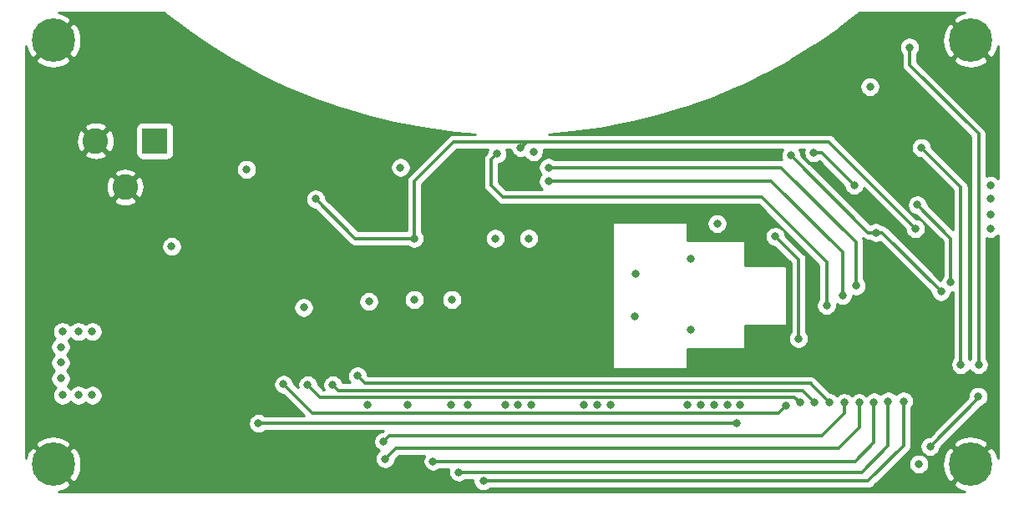
<source format=gbr>
G04 #@! TF.GenerationSoftware,KiCad,Pcbnew,5.1.7-a382d34a8~87~ubuntu18.04.1*
G04 #@! TF.CreationDate,2020-10-16T10:59:29-04:00*
G04 #@! TF.ProjectId,water_meter,77617465-725f-46d6-9574-65722e6b6963,rev?*
G04 #@! TF.SameCoordinates,Original*
G04 #@! TF.FileFunction,Copper,L4,Bot*
G04 #@! TF.FilePolarity,Positive*
%FSLAX46Y46*%
G04 Gerber Fmt 4.6, Leading zero omitted, Abs format (unit mm)*
G04 Created by KiCad (PCBNEW 5.1.7-a382d34a8~87~ubuntu18.04.1) date 2020-10-16 10:59:29*
%MOMM*%
%LPD*%
G01*
G04 APERTURE LIST*
G04 #@! TA.AperFunction,ComponentPad*
%ADD10C,4.400000*%
G04 #@! TD*
G04 #@! TA.AperFunction,ComponentPad*
%ADD11C,2.600000*%
G04 #@! TD*
G04 #@! TA.AperFunction,ComponentPad*
%ADD12R,2.600000X2.600000*%
G04 #@! TD*
G04 #@! TA.AperFunction,ViaPad*
%ADD13C,0.800000*%
G04 #@! TD*
G04 #@! TA.AperFunction,Conductor*
%ADD14C,0.300000*%
G04 #@! TD*
G04 #@! TA.AperFunction,Conductor*
%ADD15C,0.254000*%
G04 #@! TD*
G04 #@! TA.AperFunction,Conductor*
%ADD16C,0.100000*%
G04 #@! TD*
G04 APERTURE END LIST*
D10*
X210000000Y-152500000D03*
X210000000Y-109500000D03*
X117000000Y-152500000D03*
X117000000Y-109500000D03*
D11*
X124300000Y-124400000D03*
X121300000Y-119700000D03*
D12*
X127300000Y-119700000D03*
D13*
X162800000Y-146500000D03*
X164133333Y-146500000D03*
X165466666Y-146500000D03*
X163200000Y-133400000D03*
X163200000Y-135000000D03*
X165000000Y-133400000D03*
X165000000Y-135000000D03*
X167200000Y-122400000D03*
X167200000Y-123800000D03*
X164400000Y-120400000D03*
X200400000Y-129000000D03*
X153600000Y-135800000D03*
X181600000Y-138900000D03*
X181600000Y-131700000D03*
X198200000Y-138200000D03*
X199400000Y-138200000D03*
X199400000Y-139400000D03*
X198200000Y-139400000D03*
X197000000Y-139400000D03*
X197000000Y-138200000D03*
X212300000Y-136025000D03*
X212300000Y-133950000D03*
X176050000Y-133150000D03*
X175950000Y-137500000D03*
X212300000Y-138100000D03*
X134800000Y-145000000D03*
X133000000Y-145000000D03*
X133000000Y-143400000D03*
X134800000Y-143400000D03*
X129000000Y-151600000D03*
X129000000Y-153200000D03*
X130800000Y-153200000D03*
X130800000Y-151600000D03*
X190800000Y-114600000D03*
X189000000Y-114600000D03*
X190800000Y-116200000D03*
X189000000Y-116200000D03*
X170800000Y-137400000D03*
X169000000Y-137400000D03*
X170800000Y-139000000D03*
X169000000Y-139000000D03*
X137800000Y-132200000D03*
X137800000Y-133800000D03*
X139600000Y-133800000D03*
X139600000Y-132200000D03*
X204430000Y-122750000D03*
X209090000Y-120680000D03*
X180160000Y-121210000D03*
X169500000Y-121100000D03*
X159000000Y-146500000D03*
X157300000Y-146500000D03*
X148900000Y-146500000D03*
X152900000Y-146500000D03*
X173466666Y-146500000D03*
X172133333Y-146500000D03*
X170800000Y-146500000D03*
X182666666Y-146500000D03*
X181333333Y-146500000D03*
X185333333Y-146500000D03*
X184000000Y-146500000D03*
X186666666Y-146500000D03*
X211700000Y-116500000D03*
X211700000Y-114200000D03*
X204800000Y-108000000D03*
X201950000Y-108000000D03*
X199100000Y-108000000D03*
X135100000Y-116400000D03*
X135100000Y-118000000D03*
X136900000Y-118000000D03*
X136900000Y-116400000D03*
X129600000Y-110200000D03*
X127800000Y-111800000D03*
X127800000Y-110200000D03*
X129600000Y-111800000D03*
X145700000Y-117400000D03*
X143900000Y-119000000D03*
X143900000Y-117400000D03*
X145700000Y-119000000D03*
X207000000Y-135000000D03*
X191800000Y-121200000D03*
X205900000Y-150700000D03*
X210775000Y-145625000D03*
X204600000Y-126200000D03*
X208000000Y-134000000D03*
X153600000Y-129600000D03*
X143600000Y-125600000D03*
X204400000Y-128600000D03*
X198400000Y-134400000D03*
X195400000Y-136400000D03*
X162000000Y-121000000D03*
X197000000Y-135400000D03*
X192550000Y-139750000D03*
X190200000Y-129400000D03*
X210800000Y-142400000D03*
X203800000Y-110200000D03*
X197200000Y-146250000D03*
X150500000Y-150200000D03*
X194200000Y-146250000D03*
X145350000Y-144450000D03*
X140350000Y-144400000D03*
X191300000Y-146600000D03*
X205000000Y-120400000D03*
X209000000Y-142400000D03*
X195700000Y-146250000D03*
X147850000Y-143550000D03*
X192700000Y-146250000D03*
X142800000Y-144450000D03*
X186300000Y-148350000D03*
X137800000Y-148350000D03*
X194100000Y-120900000D03*
X198200000Y-124200000D03*
X157400000Y-135800000D03*
X142400000Y-136600000D03*
X149000000Y-136000000D03*
X136600000Y-122600000D03*
X129000000Y-130400000D03*
X165200000Y-129600000D03*
X161800000Y-129600000D03*
X212000000Y-124200000D03*
X212000000Y-128600000D03*
X212000000Y-127200000D03*
X212000000Y-125600000D03*
X199800000Y-114200000D03*
X152200000Y-122400000D03*
X117950000Y-139050000D03*
X119550000Y-139050000D03*
X120950000Y-139050000D03*
X120950000Y-145500000D03*
X117950000Y-145500000D03*
X119550000Y-145500000D03*
X117750000Y-143800000D03*
X117750000Y-142200000D03*
X117750000Y-140600000D03*
X165690000Y-120810000D03*
X204751315Y-152483772D03*
X184300000Y-128100000D03*
X203200000Y-146100000D03*
X160600000Y-154200000D03*
X201650000Y-146100000D03*
X158100000Y-153300000D03*
X200200000Y-146200000D03*
X155500000Y-152200000D03*
X198700000Y-146250000D03*
X150650000Y-151950000D03*
D14*
X201000000Y-129000000D02*
X200400000Y-129000000D01*
X207000000Y-135000000D02*
X201000000Y-129000000D01*
X200400000Y-129000000D02*
X199600000Y-129000000D01*
X199600000Y-129000000D02*
X191800000Y-121200000D01*
X205900000Y-150700000D02*
X210775000Y-145825000D01*
X210775000Y-145825000D02*
X210775000Y-145625000D01*
X204600000Y-126200000D02*
X208000000Y-129600000D01*
X208000000Y-129600000D02*
X208000000Y-134000000D01*
X204400000Y-128600000D02*
X195600000Y-119800000D01*
X153600000Y-128289998D02*
X153600000Y-129600000D01*
X153600000Y-123800000D02*
X153600000Y-128289998D01*
X163600000Y-119800000D02*
X157600000Y-119800000D01*
X157600000Y-119800000D02*
X153600000Y-123800000D01*
X147600000Y-129600000D02*
X143600000Y-125600000D01*
X153600000Y-129600000D02*
X147600000Y-129600000D01*
X175400000Y-122400000D02*
X167200000Y-122400000D01*
X198400000Y-134400000D02*
X198400000Y-130000000D01*
X190800000Y-122400000D02*
X185000000Y-122400000D01*
X198400000Y-130000000D02*
X190800000Y-122400000D01*
X186400000Y-122400000D02*
X185000000Y-122400000D01*
X185000000Y-122400000D02*
X175400000Y-122400000D01*
X188800000Y-125400000D02*
X195400000Y-132000000D01*
X195400000Y-132000000D02*
X195400000Y-136400000D01*
X162600000Y-125400000D02*
X188800000Y-125400000D01*
X161400000Y-121600000D02*
X161400000Y-124200000D01*
X162000000Y-121000000D02*
X161400000Y-121600000D01*
X161400000Y-124200000D02*
X162600000Y-125400000D01*
X174110002Y-123800000D02*
X173800000Y-123800000D01*
X173800000Y-123800000D02*
X167200000Y-123800000D01*
X197000000Y-135400000D02*
X197000000Y-131000000D01*
X185400000Y-123800000D02*
X184600000Y-123800000D01*
X189800000Y-123800000D02*
X184600000Y-123800000D01*
X197000000Y-131000000D02*
X189800000Y-123800000D01*
X184600000Y-123800000D02*
X173800000Y-123800000D01*
X192550000Y-131750000D02*
X192550000Y-132350000D01*
X190200000Y-129400000D02*
X192550000Y-131750000D01*
X192550000Y-139750000D02*
X192550000Y-132350000D01*
X203800000Y-112000000D02*
X203800000Y-110200000D01*
X210800000Y-142400000D02*
X210800000Y-119000000D01*
X210800000Y-119000000D02*
X203800000Y-112000000D01*
X194200000Y-146350000D02*
X194200000Y-146250000D01*
X143300000Y-147350000D02*
X140350000Y-144400000D01*
X190550000Y-147350000D02*
X143300000Y-147350000D01*
X191300000Y-146600000D02*
X191300000Y-146600000D01*
X191300000Y-146600000D02*
X190550000Y-147350000D01*
X209000000Y-124400000D02*
X208200000Y-123600000D01*
X209000000Y-142400000D02*
X209000000Y-124400000D01*
X208400000Y-123800000D02*
X208200000Y-123600000D01*
X208200000Y-123600000D02*
X205000000Y-120400000D01*
X186300000Y-148350000D02*
X137800000Y-148350000D01*
X194300000Y-120900000D02*
X194100000Y-120900000D01*
X194900000Y-120900000D02*
X194100000Y-120900000D01*
X198200000Y-124200000D02*
X194900000Y-120900000D01*
X164400000Y-120400000D02*
X165000000Y-119800000D01*
X165000000Y-119800000D02*
X165200000Y-119800000D01*
X195600000Y-119800000D02*
X165200000Y-119800000D01*
X165200000Y-119800000D02*
X163600000Y-119800000D01*
X194950000Y-149600000D02*
X151100000Y-149600000D01*
X197200000Y-146250000D02*
X197200000Y-147350000D01*
X151100000Y-149600000D02*
X150500000Y-150200000D01*
X197200000Y-147350000D02*
X194950000Y-149600000D01*
X145900000Y-145000000D02*
X145350000Y-144450000D01*
X194200000Y-146250000D02*
X192950000Y-145000000D01*
X192950000Y-145000000D02*
X145900000Y-145000000D01*
X148500000Y-144200000D02*
X147850000Y-143550000D01*
X148600000Y-144300000D02*
X147850000Y-143550000D01*
X195700000Y-146250000D02*
X193800000Y-144350000D01*
X193800000Y-144350000D02*
X193800000Y-144300000D01*
X193800000Y-144300000D02*
X148600000Y-144300000D01*
X144050000Y-145700000D02*
X142800000Y-144450000D01*
X192700000Y-146250000D02*
X192150000Y-145700000D01*
X192150000Y-145700000D02*
X144050000Y-145700000D01*
X203200000Y-147200000D02*
X203200000Y-146100000D01*
X203200000Y-150600000D02*
X203200000Y-147200000D01*
X160600000Y-154200000D02*
X199600000Y-154200000D01*
X199600000Y-154200000D02*
X203200000Y-150600000D01*
X201650000Y-150650000D02*
X201650000Y-147200000D01*
X201650000Y-147200000D02*
X201650000Y-146100000D01*
X158100000Y-153300000D02*
X199000000Y-153300000D01*
X199000000Y-153300000D02*
X201650000Y-150650000D01*
X200200000Y-150300000D02*
X198300000Y-152200000D01*
X200200000Y-147300000D02*
X200200000Y-150300000D01*
X155500000Y-152200000D02*
X198300000Y-152200000D01*
X200200000Y-147300000D02*
X200200000Y-146200000D01*
X151750000Y-150850000D02*
X150650000Y-151950000D01*
X196650000Y-150850000D02*
X151750000Y-150850000D01*
X198700000Y-148800000D02*
X196650000Y-150850000D01*
X198700000Y-146250000D02*
X198700000Y-148800000D01*
D15*
X128269744Y-106727142D02*
X128277826Y-106733344D01*
X128285758Y-106739734D01*
X130593052Y-108500988D01*
X130620383Y-108520740D01*
X130623179Y-108522761D01*
X133019488Y-110160847D01*
X133050713Y-110181014D01*
X135529451Y-111691431D01*
X135529468Y-111691442D01*
X135561706Y-111709947D01*
X138116114Y-113088577D01*
X138139691Y-113100515D01*
X138149277Y-113105369D01*
X140772320Y-114348415D01*
X140772335Y-114348422D01*
X140787369Y-114355070D01*
X140806332Y-114363456D01*
X140806351Y-114363463D01*
X143490852Y-115467524D01*
X143525588Y-115480758D01*
X146264199Y-116442812D01*
X146264211Y-116442817D01*
X146299592Y-116454215D01*
X149084813Y-117271628D01*
X149120742Y-117281158D01*
X151944926Y-117951682D01*
X151981304Y-117959319D01*
X154836704Y-118481118D01*
X154836711Y-118481119D01*
X154873440Y-118486842D01*
X157752236Y-118858485D01*
X157752241Y-118858486D01*
X157789219Y-118862278D01*
X159794137Y-119015000D01*
X157638552Y-119015000D01*
X157599999Y-119011203D01*
X157561446Y-119015000D01*
X157561439Y-119015000D01*
X157460490Y-119024943D01*
X157446112Y-119026359D01*
X157411672Y-119036806D01*
X157298140Y-119071246D01*
X157161767Y-119144138D01*
X157101559Y-119193550D01*
X157072187Y-119217655D01*
X157072184Y-119217658D01*
X157042236Y-119242236D01*
X157017658Y-119272184D01*
X153072190Y-123217653D01*
X153042236Y-123242236D01*
X152944138Y-123361768D01*
X152871246Y-123498141D01*
X152826359Y-123646114D01*
X152815000Y-123761440D01*
X152815000Y-123761447D01*
X152811203Y-123800000D01*
X152815000Y-123838553D01*
X152815001Y-128251428D01*
X152815000Y-128251438D01*
X152815000Y-128815000D01*
X147925158Y-128815000D01*
X144635000Y-125524843D01*
X144635000Y-125498061D01*
X144595226Y-125298102D01*
X144517205Y-125109744D01*
X144403937Y-124940226D01*
X144259774Y-124796063D01*
X144090256Y-124682795D01*
X143901898Y-124604774D01*
X143701939Y-124565000D01*
X143498061Y-124565000D01*
X143298102Y-124604774D01*
X143109744Y-124682795D01*
X142940226Y-124796063D01*
X142796063Y-124940226D01*
X142682795Y-125109744D01*
X142604774Y-125298102D01*
X142565000Y-125498061D01*
X142565000Y-125701939D01*
X142604774Y-125901898D01*
X142682795Y-126090256D01*
X142796063Y-126259774D01*
X142940226Y-126403937D01*
X143109744Y-126517205D01*
X143298102Y-126595226D01*
X143498061Y-126635000D01*
X143524843Y-126635000D01*
X147017658Y-130127816D01*
X147042236Y-130157764D01*
X147072184Y-130182342D01*
X147072187Y-130182345D01*
X147098497Y-130203937D01*
X147161767Y-130255862D01*
X147298140Y-130328754D01*
X147411672Y-130363194D01*
X147446112Y-130373641D01*
X147460490Y-130375057D01*
X147561439Y-130385000D01*
X147561446Y-130385000D01*
X147599999Y-130388797D01*
X147638552Y-130385000D01*
X152921289Y-130385000D01*
X152940226Y-130403937D01*
X153109744Y-130517205D01*
X153298102Y-130595226D01*
X153498061Y-130635000D01*
X153701939Y-130635000D01*
X153901898Y-130595226D01*
X154090256Y-130517205D01*
X154259774Y-130403937D01*
X154403937Y-130259774D01*
X154517205Y-130090256D01*
X154595226Y-129901898D01*
X154635000Y-129701939D01*
X154635000Y-129498061D01*
X160765000Y-129498061D01*
X160765000Y-129701939D01*
X160804774Y-129901898D01*
X160882795Y-130090256D01*
X160996063Y-130259774D01*
X161140226Y-130403937D01*
X161309744Y-130517205D01*
X161498102Y-130595226D01*
X161698061Y-130635000D01*
X161901939Y-130635000D01*
X162101898Y-130595226D01*
X162290256Y-130517205D01*
X162459774Y-130403937D01*
X162603937Y-130259774D01*
X162717205Y-130090256D01*
X162795226Y-129901898D01*
X162835000Y-129701939D01*
X162835000Y-129498061D01*
X164165000Y-129498061D01*
X164165000Y-129701939D01*
X164204774Y-129901898D01*
X164282795Y-130090256D01*
X164396063Y-130259774D01*
X164540226Y-130403937D01*
X164709744Y-130517205D01*
X164898102Y-130595226D01*
X165098061Y-130635000D01*
X165301939Y-130635000D01*
X165501898Y-130595226D01*
X165690256Y-130517205D01*
X165859774Y-130403937D01*
X166003937Y-130259774D01*
X166117205Y-130090256D01*
X166195226Y-129901898D01*
X166235000Y-129701939D01*
X166235000Y-129498061D01*
X166195226Y-129298102D01*
X166117205Y-129109744D01*
X166003937Y-128940226D01*
X165859774Y-128796063D01*
X165690256Y-128682795D01*
X165501898Y-128604774D01*
X165301939Y-128565000D01*
X165098061Y-128565000D01*
X164898102Y-128604774D01*
X164709744Y-128682795D01*
X164540226Y-128796063D01*
X164396063Y-128940226D01*
X164282795Y-129109744D01*
X164204774Y-129298102D01*
X164165000Y-129498061D01*
X162835000Y-129498061D01*
X162795226Y-129298102D01*
X162717205Y-129109744D01*
X162603937Y-128940226D01*
X162459774Y-128796063D01*
X162290256Y-128682795D01*
X162101898Y-128604774D01*
X161901939Y-128565000D01*
X161698061Y-128565000D01*
X161498102Y-128604774D01*
X161309744Y-128682795D01*
X161140226Y-128796063D01*
X160996063Y-128940226D01*
X160882795Y-129109744D01*
X160804774Y-129298102D01*
X160765000Y-129498061D01*
X154635000Y-129498061D01*
X154595226Y-129298102D01*
X154517205Y-129109744D01*
X154403937Y-128940226D01*
X154385000Y-128921289D01*
X154385000Y-128100000D01*
X173673000Y-128100000D01*
X173673000Y-142693940D01*
X173675440Y-142718716D01*
X173682667Y-142742541D01*
X173694403Y-142764497D01*
X173710197Y-142783743D01*
X173729443Y-142799537D01*
X173751399Y-142811273D01*
X173775224Y-142818500D01*
X173799896Y-142820940D01*
X181199896Y-142827000D01*
X181224674Y-142824580D01*
X181248505Y-142817372D01*
X181270471Y-142805654D01*
X181289729Y-142789876D01*
X181305539Y-142770644D01*
X181317293Y-142748697D01*
X181324539Y-142724878D01*
X181327000Y-142700000D01*
X181327000Y-140827000D01*
X187000000Y-140827000D01*
X187024776Y-140824560D01*
X187048601Y-140817333D01*
X187070557Y-140805597D01*
X187089803Y-140789803D01*
X187105597Y-140770557D01*
X187117333Y-140748601D01*
X187124560Y-140724776D01*
X187127000Y-140700000D01*
X187127000Y-138427000D01*
X191200000Y-138427000D01*
X191224776Y-138424560D01*
X191248601Y-138417333D01*
X191270557Y-138405597D01*
X191289803Y-138389803D01*
X191305597Y-138370557D01*
X191317333Y-138348601D01*
X191324560Y-138324776D01*
X191327000Y-138300000D01*
X191327000Y-132500000D01*
X191324560Y-132475224D01*
X191317333Y-132451399D01*
X191305597Y-132429443D01*
X191289803Y-132410197D01*
X191270557Y-132394403D01*
X191248601Y-132382667D01*
X191224776Y-132375440D01*
X191200000Y-132373000D01*
X187127000Y-132373000D01*
X187127000Y-129900000D01*
X187124560Y-129875224D01*
X187117333Y-129851399D01*
X187105597Y-129829443D01*
X187089803Y-129810197D01*
X187070557Y-129794403D01*
X187048601Y-129782667D01*
X187024776Y-129775440D01*
X187000000Y-129773000D01*
X181327000Y-129773000D01*
X181327000Y-129298061D01*
X189165000Y-129298061D01*
X189165000Y-129501939D01*
X189204774Y-129701898D01*
X189282795Y-129890256D01*
X189396063Y-130059774D01*
X189540226Y-130203937D01*
X189709744Y-130317205D01*
X189898102Y-130395226D01*
X190098061Y-130435000D01*
X190124843Y-130435000D01*
X191765000Y-132075157D01*
X191765000Y-132388561D01*
X191765001Y-132388571D01*
X191765000Y-139071289D01*
X191746063Y-139090226D01*
X191632795Y-139259744D01*
X191554774Y-139448102D01*
X191515000Y-139648061D01*
X191515000Y-139851939D01*
X191554774Y-140051898D01*
X191632795Y-140240256D01*
X191746063Y-140409774D01*
X191890226Y-140553937D01*
X192059744Y-140667205D01*
X192248102Y-140745226D01*
X192448061Y-140785000D01*
X192651939Y-140785000D01*
X192851898Y-140745226D01*
X193040256Y-140667205D01*
X193209774Y-140553937D01*
X193353937Y-140409774D01*
X193467205Y-140240256D01*
X193545226Y-140051898D01*
X193585000Y-139851939D01*
X193585000Y-139648061D01*
X193545226Y-139448102D01*
X193467205Y-139259744D01*
X193353937Y-139090226D01*
X193335000Y-139071289D01*
X193335000Y-131788556D01*
X193338797Y-131750000D01*
X193335000Y-131711440D01*
X193335000Y-131711439D01*
X193329526Y-131655861D01*
X193323642Y-131596113D01*
X193278754Y-131448140D01*
X193223164Y-131344138D01*
X193205862Y-131311767D01*
X193107764Y-131192236D01*
X193077811Y-131167654D01*
X191235000Y-129324843D01*
X191235000Y-129298061D01*
X191195226Y-129098102D01*
X191117205Y-128909744D01*
X191003937Y-128740226D01*
X190859774Y-128596063D01*
X190690256Y-128482795D01*
X190501898Y-128404774D01*
X190301939Y-128365000D01*
X190098061Y-128365000D01*
X189898102Y-128404774D01*
X189709744Y-128482795D01*
X189540226Y-128596063D01*
X189396063Y-128740226D01*
X189282795Y-128909744D01*
X189204774Y-129098102D01*
X189165000Y-129298061D01*
X181327000Y-129298061D01*
X181327000Y-128100000D01*
X181324560Y-128075224D01*
X181317333Y-128051399D01*
X181305597Y-128029443D01*
X181289803Y-128010197D01*
X181275015Y-127998061D01*
X183265000Y-127998061D01*
X183265000Y-128201939D01*
X183304774Y-128401898D01*
X183382795Y-128590256D01*
X183496063Y-128759774D01*
X183640226Y-128903937D01*
X183809744Y-129017205D01*
X183998102Y-129095226D01*
X184198061Y-129135000D01*
X184401939Y-129135000D01*
X184601898Y-129095226D01*
X184790256Y-129017205D01*
X184959774Y-128903937D01*
X185103937Y-128759774D01*
X185217205Y-128590256D01*
X185295226Y-128401898D01*
X185335000Y-128201939D01*
X185335000Y-127998061D01*
X185295226Y-127798102D01*
X185217205Y-127609744D01*
X185103937Y-127440226D01*
X184959774Y-127296063D01*
X184790256Y-127182795D01*
X184601898Y-127104774D01*
X184401939Y-127065000D01*
X184198061Y-127065000D01*
X183998102Y-127104774D01*
X183809744Y-127182795D01*
X183640226Y-127296063D01*
X183496063Y-127440226D01*
X183382795Y-127609744D01*
X183304774Y-127798102D01*
X183265000Y-127998061D01*
X181275015Y-127998061D01*
X181270557Y-127994403D01*
X181248601Y-127982667D01*
X181224776Y-127975440D01*
X181200000Y-127973000D01*
X173800000Y-127973000D01*
X173775224Y-127975440D01*
X173751399Y-127982667D01*
X173729443Y-127994403D01*
X173710197Y-128010197D01*
X173694403Y-128029443D01*
X173682667Y-128051399D01*
X173675440Y-128075224D01*
X173673000Y-128100000D01*
X154385000Y-128100000D01*
X154385000Y-124125157D01*
X157925158Y-120585000D01*
X161051623Y-120585000D01*
X161004774Y-120698102D01*
X160965000Y-120898061D01*
X160965000Y-120924843D01*
X160872189Y-121017654D01*
X160842236Y-121042236D01*
X160744138Y-121161768D01*
X160671246Y-121298141D01*
X160626359Y-121446114D01*
X160615000Y-121561440D01*
X160615000Y-121561447D01*
X160611203Y-121600000D01*
X160615000Y-121638553D01*
X160615001Y-124161437D01*
X160611203Y-124200000D01*
X160626359Y-124353886D01*
X160671246Y-124501859D01*
X160671247Y-124501860D01*
X160744139Y-124638233D01*
X160780711Y-124682795D01*
X160817655Y-124727812D01*
X160817659Y-124727816D01*
X160842237Y-124757764D01*
X160872185Y-124782342D01*
X162017658Y-125927815D01*
X162042236Y-125957764D01*
X162072184Y-125982342D01*
X162072187Y-125982345D01*
X162101559Y-126006450D01*
X162161767Y-126055862D01*
X162298140Y-126128754D01*
X162411672Y-126163194D01*
X162446112Y-126173641D01*
X162460490Y-126175057D01*
X162561439Y-126185000D01*
X162561446Y-126185000D01*
X162599999Y-126188797D01*
X162638552Y-126185000D01*
X188474843Y-126185000D01*
X194615000Y-132325157D01*
X194615001Y-135721288D01*
X194596063Y-135740226D01*
X194482795Y-135909744D01*
X194404774Y-136098102D01*
X194365000Y-136298061D01*
X194365000Y-136501939D01*
X194404774Y-136701898D01*
X194482795Y-136890256D01*
X194596063Y-137059774D01*
X194740226Y-137203937D01*
X194909744Y-137317205D01*
X195098102Y-137395226D01*
X195298061Y-137435000D01*
X195501939Y-137435000D01*
X195701898Y-137395226D01*
X195890256Y-137317205D01*
X196059774Y-137203937D01*
X196203937Y-137059774D01*
X196317205Y-136890256D01*
X196395226Y-136701898D01*
X196435000Y-136501939D01*
X196435000Y-136298061D01*
X196427935Y-136262542D01*
X196509744Y-136317205D01*
X196698102Y-136395226D01*
X196898061Y-136435000D01*
X197101939Y-136435000D01*
X197301898Y-136395226D01*
X197490256Y-136317205D01*
X197659774Y-136203937D01*
X197803937Y-136059774D01*
X197917205Y-135890256D01*
X197995226Y-135701898D01*
X198035000Y-135501939D01*
X198035000Y-135369088D01*
X198098102Y-135395226D01*
X198298061Y-135435000D01*
X198501939Y-135435000D01*
X198701898Y-135395226D01*
X198890256Y-135317205D01*
X199059774Y-135203937D01*
X199203937Y-135059774D01*
X199317205Y-134890256D01*
X199395226Y-134701898D01*
X199435000Y-134501939D01*
X199435000Y-134298061D01*
X199395226Y-134098102D01*
X199317205Y-133909744D01*
X199203937Y-133740226D01*
X199185000Y-133721289D01*
X199185000Y-130038552D01*
X199188797Y-129999999D01*
X199185000Y-129961446D01*
X199185000Y-129961439D01*
X199173641Y-129846113D01*
X199128754Y-129698140D01*
X199062699Y-129574557D01*
X199161767Y-129655862D01*
X199298140Y-129728754D01*
X199446113Y-129773642D01*
X199521026Y-129781020D01*
X199561439Y-129785000D01*
X199561444Y-129785000D01*
X199600000Y-129788797D01*
X199638556Y-129785000D01*
X199721289Y-129785000D01*
X199740226Y-129803937D01*
X199909744Y-129917205D01*
X200098102Y-129995226D01*
X200298061Y-130035000D01*
X200501939Y-130035000D01*
X200701898Y-129995226D01*
X200831419Y-129941576D01*
X205965000Y-135075158D01*
X205965000Y-135101939D01*
X206004774Y-135301898D01*
X206082795Y-135490256D01*
X206196063Y-135659774D01*
X206340226Y-135803937D01*
X206509744Y-135917205D01*
X206698102Y-135995226D01*
X206898061Y-136035000D01*
X207101939Y-136035000D01*
X207301898Y-135995226D01*
X207490256Y-135917205D01*
X207659774Y-135803937D01*
X207803937Y-135659774D01*
X207917205Y-135490256D01*
X207995226Y-135301898D01*
X208035000Y-135101939D01*
X208035000Y-135035000D01*
X208101939Y-135035000D01*
X208215000Y-135012511D01*
X208215000Y-141721289D01*
X208196063Y-141740226D01*
X208082795Y-141909744D01*
X208004774Y-142098102D01*
X207965000Y-142298061D01*
X207965000Y-142501939D01*
X208004774Y-142701898D01*
X208082795Y-142890256D01*
X208196063Y-143059774D01*
X208340226Y-143203937D01*
X208509744Y-143317205D01*
X208698102Y-143395226D01*
X208898061Y-143435000D01*
X209101939Y-143435000D01*
X209301898Y-143395226D01*
X209490256Y-143317205D01*
X209659774Y-143203937D01*
X209803937Y-143059774D01*
X209900000Y-142916005D01*
X209996063Y-143059774D01*
X210140226Y-143203937D01*
X210309744Y-143317205D01*
X210498102Y-143395226D01*
X210698061Y-143435000D01*
X210901939Y-143435000D01*
X211101898Y-143395226D01*
X211290256Y-143317205D01*
X211459774Y-143203937D01*
X211603937Y-143059774D01*
X211717205Y-142890256D01*
X211795226Y-142701898D01*
X211835000Y-142501939D01*
X211835000Y-142298061D01*
X211795226Y-142098102D01*
X211717205Y-141909744D01*
X211603937Y-141740226D01*
X211585000Y-141721289D01*
X211585000Y-129548377D01*
X211698102Y-129595226D01*
X211898061Y-129635000D01*
X212101939Y-129635000D01*
X212301898Y-129595226D01*
X212490256Y-129517205D01*
X212659774Y-129403937D01*
X212790001Y-129273710D01*
X212790000Y-151926195D01*
X212626028Y-151395839D01*
X212377018Y-150929976D01*
X211989775Y-150689830D01*
X210179605Y-152500000D01*
X210193748Y-152514143D01*
X210014143Y-152693748D01*
X210000000Y-152679605D01*
X208189830Y-154489775D01*
X208429976Y-154877018D01*
X208923877Y-155137641D01*
X209435939Y-155290000D01*
X117573805Y-155290000D01*
X118104161Y-155126028D01*
X118570024Y-154877018D01*
X118810170Y-154489775D01*
X117000000Y-152679605D01*
X116985858Y-152693748D01*
X116806253Y-152514143D01*
X116820395Y-152500000D01*
X117179605Y-152500000D01*
X118989775Y-154310170D01*
X119377018Y-154070024D01*
X119637641Y-153576123D01*
X119796901Y-153040867D01*
X119848678Y-152484826D01*
X119790981Y-151929368D01*
X119626028Y-151395839D01*
X119377018Y-150929976D01*
X118989775Y-150689830D01*
X117179605Y-152500000D01*
X116820395Y-152500000D01*
X115010225Y-150689830D01*
X114622982Y-150929976D01*
X114362359Y-151423877D01*
X114210000Y-151935939D01*
X114210000Y-150510225D01*
X115189830Y-150510225D01*
X117000000Y-152320395D01*
X118810170Y-150510225D01*
X118570024Y-150122982D01*
X118076123Y-149862359D01*
X117540867Y-149703099D01*
X116984826Y-149651322D01*
X116429368Y-149709019D01*
X115895839Y-149873972D01*
X115429976Y-150122982D01*
X115189830Y-150510225D01*
X114210000Y-150510225D01*
X114210000Y-148248061D01*
X136765000Y-148248061D01*
X136765000Y-148451939D01*
X136804774Y-148651898D01*
X136882795Y-148840256D01*
X136996063Y-149009774D01*
X137140226Y-149153937D01*
X137309744Y-149267205D01*
X137498102Y-149345226D01*
X137698061Y-149385000D01*
X137901939Y-149385000D01*
X138101898Y-149345226D01*
X138290256Y-149267205D01*
X138459774Y-149153937D01*
X138478711Y-149135000D01*
X150454842Y-149135000D01*
X150424842Y-149165000D01*
X150398061Y-149165000D01*
X150198102Y-149204774D01*
X150009744Y-149282795D01*
X149840226Y-149396063D01*
X149696063Y-149540226D01*
X149582795Y-149709744D01*
X149504774Y-149898102D01*
X149465000Y-150098061D01*
X149465000Y-150301939D01*
X149504774Y-150501898D01*
X149582795Y-150690256D01*
X149696063Y-150859774D01*
X149840226Y-151003937D01*
X150009744Y-151117205D01*
X150024357Y-151123258D01*
X149990226Y-151146063D01*
X149846063Y-151290226D01*
X149732795Y-151459744D01*
X149654774Y-151648102D01*
X149615000Y-151848061D01*
X149615000Y-152051939D01*
X149654774Y-152251898D01*
X149732795Y-152440256D01*
X149846063Y-152609774D01*
X149990226Y-152753937D01*
X150159744Y-152867205D01*
X150348102Y-152945226D01*
X150548061Y-152985000D01*
X150751939Y-152985000D01*
X150951898Y-152945226D01*
X151140256Y-152867205D01*
X151309774Y-152753937D01*
X151453937Y-152609774D01*
X151567205Y-152440256D01*
X151645226Y-152251898D01*
X151685000Y-152051939D01*
X151685000Y-152025157D01*
X152075158Y-151635000D01*
X154632737Y-151635000D01*
X154582795Y-151709744D01*
X154504774Y-151898102D01*
X154465000Y-152098061D01*
X154465000Y-152301939D01*
X154504774Y-152501898D01*
X154582795Y-152690256D01*
X154696063Y-152859774D01*
X154840226Y-153003937D01*
X155009744Y-153117205D01*
X155198102Y-153195226D01*
X155398061Y-153235000D01*
X155601939Y-153235000D01*
X155801898Y-153195226D01*
X155990256Y-153117205D01*
X156159774Y-153003937D01*
X156178711Y-152985000D01*
X157110201Y-152985000D01*
X157104774Y-152998102D01*
X157065000Y-153198061D01*
X157065000Y-153401939D01*
X157104774Y-153601898D01*
X157182795Y-153790256D01*
X157296063Y-153959774D01*
X157440226Y-154103937D01*
X157609744Y-154217205D01*
X157798102Y-154295226D01*
X157998061Y-154335000D01*
X158201939Y-154335000D01*
X158401898Y-154295226D01*
X158590256Y-154217205D01*
X158759774Y-154103937D01*
X158778711Y-154085000D01*
X159567598Y-154085000D01*
X159565000Y-154098061D01*
X159565000Y-154301939D01*
X159604774Y-154501898D01*
X159682795Y-154690256D01*
X159796063Y-154859774D01*
X159940226Y-155003937D01*
X160109744Y-155117205D01*
X160298102Y-155195226D01*
X160498061Y-155235000D01*
X160701939Y-155235000D01*
X160901898Y-155195226D01*
X161090256Y-155117205D01*
X161259774Y-155003937D01*
X161278711Y-154985000D01*
X199561447Y-154985000D01*
X199600000Y-154988797D01*
X199638553Y-154985000D01*
X199638561Y-154985000D01*
X199753887Y-154973641D01*
X199901860Y-154928754D01*
X200038233Y-154855862D01*
X200157764Y-154757764D01*
X200182347Y-154727810D01*
X202528324Y-152381833D01*
X203716315Y-152381833D01*
X203716315Y-152585711D01*
X203756089Y-152785670D01*
X203834110Y-152974028D01*
X203947378Y-153143546D01*
X204091541Y-153287709D01*
X204261059Y-153400977D01*
X204449417Y-153478998D01*
X204649376Y-153518772D01*
X204853254Y-153518772D01*
X205053213Y-153478998D01*
X205241571Y-153400977D01*
X205411089Y-153287709D01*
X205555252Y-153143546D01*
X205668520Y-152974028D01*
X205746541Y-152785670D01*
X205786315Y-152585711D01*
X205786315Y-152515174D01*
X207151322Y-152515174D01*
X207209019Y-153070632D01*
X207373972Y-153604161D01*
X207622982Y-154070024D01*
X208010225Y-154310170D01*
X209820395Y-152500000D01*
X208010225Y-150689830D01*
X207622982Y-150929976D01*
X207362359Y-151423877D01*
X207203099Y-151959133D01*
X207151322Y-152515174D01*
X205786315Y-152515174D01*
X205786315Y-152381833D01*
X205746541Y-152181874D01*
X205668520Y-151993516D01*
X205555252Y-151823998D01*
X205411089Y-151679835D01*
X205241571Y-151566567D01*
X205053213Y-151488546D01*
X204853254Y-151448772D01*
X204649376Y-151448772D01*
X204449417Y-151488546D01*
X204261059Y-151566567D01*
X204091541Y-151679835D01*
X203947378Y-151823998D01*
X203834110Y-151993516D01*
X203756089Y-152181874D01*
X203716315Y-152381833D01*
X202528324Y-152381833D01*
X203727811Y-151182346D01*
X203757764Y-151157764D01*
X203855862Y-151038233D01*
X203928754Y-150901860D01*
X203941521Y-150859774D01*
X203973642Y-150753887D01*
X203983873Y-150650000D01*
X203985000Y-150638561D01*
X203985000Y-150638556D01*
X203988797Y-150600000D01*
X203988607Y-150598061D01*
X204865000Y-150598061D01*
X204865000Y-150801939D01*
X204904774Y-151001898D01*
X204982795Y-151190256D01*
X205096063Y-151359774D01*
X205240226Y-151503937D01*
X205409744Y-151617205D01*
X205598102Y-151695226D01*
X205798061Y-151735000D01*
X206001939Y-151735000D01*
X206201898Y-151695226D01*
X206390256Y-151617205D01*
X206559774Y-151503937D01*
X206703937Y-151359774D01*
X206817205Y-151190256D01*
X206895226Y-151001898D01*
X206935000Y-150801939D01*
X206935000Y-150775157D01*
X207199932Y-150510225D01*
X208189830Y-150510225D01*
X210000000Y-152320395D01*
X211810170Y-150510225D01*
X211570024Y-150122982D01*
X211076123Y-149862359D01*
X210540867Y-149703099D01*
X209984826Y-149651322D01*
X209429368Y-149709019D01*
X208895839Y-149873972D01*
X208429976Y-150122982D01*
X208189830Y-150510225D01*
X207199932Y-150510225D01*
X211099148Y-146611009D01*
X211265256Y-146542205D01*
X211434774Y-146428937D01*
X211578937Y-146284774D01*
X211692205Y-146115256D01*
X211770226Y-145926898D01*
X211810000Y-145726939D01*
X211810000Y-145523061D01*
X211770226Y-145323102D01*
X211692205Y-145134744D01*
X211578937Y-144965226D01*
X211434774Y-144821063D01*
X211265256Y-144707795D01*
X211076898Y-144629774D01*
X210876939Y-144590000D01*
X210673061Y-144590000D01*
X210473102Y-144629774D01*
X210284744Y-144707795D01*
X210115226Y-144821063D01*
X209971063Y-144965226D01*
X209857795Y-145134744D01*
X209779774Y-145323102D01*
X209740000Y-145523061D01*
X209740000Y-145726939D01*
X209743800Y-145746042D01*
X205824843Y-149665000D01*
X205798061Y-149665000D01*
X205598102Y-149704774D01*
X205409744Y-149782795D01*
X205240226Y-149896063D01*
X205096063Y-150040226D01*
X204982795Y-150209744D01*
X204904774Y-150398102D01*
X204865000Y-150598061D01*
X203988607Y-150598061D01*
X203985000Y-150561444D01*
X203985000Y-146778711D01*
X204003937Y-146759774D01*
X204117205Y-146590256D01*
X204195226Y-146401898D01*
X204235000Y-146201939D01*
X204235000Y-145998061D01*
X204195226Y-145798102D01*
X204117205Y-145609744D01*
X204003937Y-145440226D01*
X203859774Y-145296063D01*
X203690256Y-145182795D01*
X203501898Y-145104774D01*
X203301939Y-145065000D01*
X203098061Y-145065000D01*
X202898102Y-145104774D01*
X202709744Y-145182795D01*
X202540226Y-145296063D01*
X202425000Y-145411289D01*
X202309774Y-145296063D01*
X202140256Y-145182795D01*
X201951898Y-145104774D01*
X201751939Y-145065000D01*
X201548061Y-145065000D01*
X201348102Y-145104774D01*
X201159744Y-145182795D01*
X200990226Y-145296063D01*
X200875000Y-145411289D01*
X200859774Y-145396063D01*
X200690256Y-145282795D01*
X200501898Y-145204774D01*
X200301939Y-145165000D01*
X200098061Y-145165000D01*
X199898102Y-145204774D01*
X199709744Y-145282795D01*
X199540226Y-145396063D01*
X199425000Y-145511289D01*
X199359774Y-145446063D01*
X199190256Y-145332795D01*
X199001898Y-145254774D01*
X198801939Y-145215000D01*
X198598061Y-145215000D01*
X198398102Y-145254774D01*
X198209744Y-145332795D01*
X198040226Y-145446063D01*
X197950000Y-145536289D01*
X197859774Y-145446063D01*
X197690256Y-145332795D01*
X197501898Y-145254774D01*
X197301939Y-145215000D01*
X197098061Y-145215000D01*
X196898102Y-145254774D01*
X196709744Y-145332795D01*
X196540226Y-145446063D01*
X196450000Y-145536289D01*
X196359774Y-145446063D01*
X196190256Y-145332795D01*
X196001898Y-145254774D01*
X195801939Y-145215000D01*
X195775157Y-145215000D01*
X194494831Y-143934674D01*
X194455862Y-143861767D01*
X194357764Y-143742236D01*
X194238233Y-143644138D01*
X194101860Y-143571246D01*
X193953887Y-143526359D01*
X193838561Y-143515000D01*
X193800000Y-143511202D01*
X193761440Y-143515000D01*
X148925158Y-143515000D01*
X148885000Y-143474842D01*
X148885000Y-143448061D01*
X148845226Y-143248102D01*
X148767205Y-143059744D01*
X148653937Y-142890226D01*
X148509774Y-142746063D01*
X148340256Y-142632795D01*
X148151898Y-142554774D01*
X147951939Y-142515000D01*
X147748061Y-142515000D01*
X147548102Y-142554774D01*
X147359744Y-142632795D01*
X147190226Y-142746063D01*
X147046063Y-142890226D01*
X146932795Y-143059744D01*
X146854774Y-143248102D01*
X146815000Y-143448061D01*
X146815000Y-143651939D01*
X146854774Y-143851898D01*
X146932795Y-144040256D01*
X147046063Y-144209774D01*
X147051289Y-144215000D01*
X146358533Y-144215000D01*
X146345226Y-144148102D01*
X146267205Y-143959744D01*
X146153937Y-143790226D01*
X146009774Y-143646063D01*
X145840256Y-143532795D01*
X145651898Y-143454774D01*
X145451939Y-143415000D01*
X145248061Y-143415000D01*
X145048102Y-143454774D01*
X144859744Y-143532795D01*
X144690226Y-143646063D01*
X144546063Y-143790226D01*
X144432795Y-143959744D01*
X144354774Y-144148102D01*
X144315000Y-144348061D01*
X144315000Y-144551939D01*
X144354774Y-144751898D01*
X144422334Y-144915000D01*
X144375158Y-144915000D01*
X143835000Y-144374843D01*
X143835000Y-144348061D01*
X143795226Y-144148102D01*
X143717205Y-143959744D01*
X143603937Y-143790226D01*
X143459774Y-143646063D01*
X143290256Y-143532795D01*
X143101898Y-143454774D01*
X142901939Y-143415000D01*
X142698061Y-143415000D01*
X142498102Y-143454774D01*
X142309744Y-143532795D01*
X142140226Y-143646063D01*
X141996063Y-143790226D01*
X141882795Y-143959744D01*
X141804774Y-144148102D01*
X141765000Y-144348061D01*
X141765000Y-144551939D01*
X141802966Y-144742809D01*
X141385000Y-144324843D01*
X141385000Y-144298061D01*
X141345226Y-144098102D01*
X141267205Y-143909744D01*
X141153937Y-143740226D01*
X141009774Y-143596063D01*
X140840256Y-143482795D01*
X140651898Y-143404774D01*
X140451939Y-143365000D01*
X140248061Y-143365000D01*
X140048102Y-143404774D01*
X139859744Y-143482795D01*
X139690226Y-143596063D01*
X139546063Y-143740226D01*
X139432795Y-143909744D01*
X139354774Y-144098102D01*
X139315000Y-144298061D01*
X139315000Y-144501939D01*
X139354774Y-144701898D01*
X139432795Y-144890256D01*
X139546063Y-145059774D01*
X139690226Y-145203937D01*
X139859744Y-145317205D01*
X140048102Y-145395226D01*
X140248061Y-145435000D01*
X140274843Y-145435000D01*
X142404842Y-147565000D01*
X138478711Y-147565000D01*
X138459774Y-147546063D01*
X138290256Y-147432795D01*
X138101898Y-147354774D01*
X137901939Y-147315000D01*
X137698061Y-147315000D01*
X137498102Y-147354774D01*
X137309744Y-147432795D01*
X137140226Y-147546063D01*
X136996063Y-147690226D01*
X136882795Y-147859744D01*
X136804774Y-148048102D01*
X136765000Y-148248061D01*
X114210000Y-148248061D01*
X114210000Y-140498061D01*
X116715000Y-140498061D01*
X116715000Y-140701939D01*
X116754774Y-140901898D01*
X116832795Y-141090256D01*
X116946063Y-141259774D01*
X117086289Y-141400000D01*
X116946063Y-141540226D01*
X116832795Y-141709744D01*
X116754774Y-141898102D01*
X116715000Y-142098061D01*
X116715000Y-142301939D01*
X116754774Y-142501898D01*
X116832795Y-142690256D01*
X116946063Y-142859774D01*
X117086289Y-143000000D01*
X116946063Y-143140226D01*
X116832795Y-143309744D01*
X116754774Y-143498102D01*
X116715000Y-143698061D01*
X116715000Y-143901939D01*
X116754774Y-144101898D01*
X116832795Y-144290256D01*
X116946063Y-144459774D01*
X117090226Y-144603937D01*
X117259744Y-144717205D01*
X117266348Y-144719941D01*
X117146063Y-144840226D01*
X117032795Y-145009744D01*
X116954774Y-145198102D01*
X116915000Y-145398061D01*
X116915000Y-145601939D01*
X116954774Y-145801898D01*
X117032795Y-145990256D01*
X117146063Y-146159774D01*
X117290226Y-146303937D01*
X117459744Y-146417205D01*
X117648102Y-146495226D01*
X117848061Y-146535000D01*
X118051939Y-146535000D01*
X118251898Y-146495226D01*
X118440256Y-146417205D01*
X118609774Y-146303937D01*
X118750000Y-146163711D01*
X118890226Y-146303937D01*
X119059744Y-146417205D01*
X119248102Y-146495226D01*
X119448061Y-146535000D01*
X119651939Y-146535000D01*
X119851898Y-146495226D01*
X120040256Y-146417205D01*
X120209774Y-146303937D01*
X120250000Y-146263711D01*
X120290226Y-146303937D01*
X120459744Y-146417205D01*
X120648102Y-146495226D01*
X120848061Y-146535000D01*
X121051939Y-146535000D01*
X121251898Y-146495226D01*
X121440256Y-146417205D01*
X121609774Y-146303937D01*
X121753937Y-146159774D01*
X121867205Y-145990256D01*
X121945226Y-145801898D01*
X121985000Y-145601939D01*
X121985000Y-145398061D01*
X121945226Y-145198102D01*
X121867205Y-145009744D01*
X121753937Y-144840226D01*
X121609774Y-144696063D01*
X121440256Y-144582795D01*
X121251898Y-144504774D01*
X121051939Y-144465000D01*
X120848061Y-144465000D01*
X120648102Y-144504774D01*
X120459744Y-144582795D01*
X120290226Y-144696063D01*
X120250000Y-144736289D01*
X120209774Y-144696063D01*
X120040256Y-144582795D01*
X119851898Y-144504774D01*
X119651939Y-144465000D01*
X119448061Y-144465000D01*
X119248102Y-144504774D01*
X119059744Y-144582795D01*
X118890226Y-144696063D01*
X118750000Y-144836289D01*
X118609774Y-144696063D01*
X118440256Y-144582795D01*
X118433652Y-144580059D01*
X118553937Y-144459774D01*
X118667205Y-144290256D01*
X118745226Y-144101898D01*
X118785000Y-143901939D01*
X118785000Y-143698061D01*
X118745226Y-143498102D01*
X118667205Y-143309744D01*
X118553937Y-143140226D01*
X118413711Y-143000000D01*
X118553937Y-142859774D01*
X118667205Y-142690256D01*
X118745226Y-142501898D01*
X118785000Y-142301939D01*
X118785000Y-142098061D01*
X118745226Y-141898102D01*
X118667205Y-141709744D01*
X118553937Y-141540226D01*
X118413711Y-141400000D01*
X118553937Y-141259774D01*
X118667205Y-141090256D01*
X118745226Y-140901898D01*
X118785000Y-140701939D01*
X118785000Y-140498061D01*
X118745226Y-140298102D01*
X118667205Y-140109744D01*
X118553937Y-139940226D01*
X118524576Y-139910865D01*
X118609774Y-139853937D01*
X118750000Y-139713711D01*
X118890226Y-139853937D01*
X119059744Y-139967205D01*
X119248102Y-140045226D01*
X119448061Y-140085000D01*
X119651939Y-140085000D01*
X119851898Y-140045226D01*
X120040256Y-139967205D01*
X120209774Y-139853937D01*
X120250000Y-139813711D01*
X120290226Y-139853937D01*
X120459744Y-139967205D01*
X120648102Y-140045226D01*
X120848061Y-140085000D01*
X121051939Y-140085000D01*
X121251898Y-140045226D01*
X121440256Y-139967205D01*
X121609774Y-139853937D01*
X121753937Y-139709774D01*
X121867205Y-139540256D01*
X121945226Y-139351898D01*
X121985000Y-139151939D01*
X121985000Y-138948061D01*
X121945226Y-138748102D01*
X121867205Y-138559744D01*
X121753937Y-138390226D01*
X121609774Y-138246063D01*
X121440256Y-138132795D01*
X121251898Y-138054774D01*
X121051939Y-138015000D01*
X120848061Y-138015000D01*
X120648102Y-138054774D01*
X120459744Y-138132795D01*
X120290226Y-138246063D01*
X120250000Y-138286289D01*
X120209774Y-138246063D01*
X120040256Y-138132795D01*
X119851898Y-138054774D01*
X119651939Y-138015000D01*
X119448061Y-138015000D01*
X119248102Y-138054774D01*
X119059744Y-138132795D01*
X118890226Y-138246063D01*
X118750000Y-138386289D01*
X118609774Y-138246063D01*
X118440256Y-138132795D01*
X118251898Y-138054774D01*
X118051939Y-138015000D01*
X117848061Y-138015000D01*
X117648102Y-138054774D01*
X117459744Y-138132795D01*
X117290226Y-138246063D01*
X117146063Y-138390226D01*
X117032795Y-138559744D01*
X116954774Y-138748102D01*
X116915000Y-138948061D01*
X116915000Y-139151939D01*
X116954774Y-139351898D01*
X117032795Y-139540256D01*
X117146063Y-139709774D01*
X117175424Y-139739135D01*
X117090226Y-139796063D01*
X116946063Y-139940226D01*
X116832795Y-140109744D01*
X116754774Y-140298102D01*
X116715000Y-140498061D01*
X114210000Y-140498061D01*
X114210000Y-136498061D01*
X141365000Y-136498061D01*
X141365000Y-136701939D01*
X141404774Y-136901898D01*
X141482795Y-137090256D01*
X141596063Y-137259774D01*
X141740226Y-137403937D01*
X141909744Y-137517205D01*
X142098102Y-137595226D01*
X142298061Y-137635000D01*
X142501939Y-137635000D01*
X142701898Y-137595226D01*
X142890256Y-137517205D01*
X143059774Y-137403937D01*
X143203937Y-137259774D01*
X143317205Y-137090256D01*
X143395226Y-136901898D01*
X143435000Y-136701939D01*
X143435000Y-136498061D01*
X143395226Y-136298102D01*
X143317205Y-136109744D01*
X143203937Y-135940226D01*
X143161772Y-135898061D01*
X147965000Y-135898061D01*
X147965000Y-136101939D01*
X148004774Y-136301898D01*
X148082795Y-136490256D01*
X148196063Y-136659774D01*
X148340226Y-136803937D01*
X148509744Y-136917205D01*
X148698102Y-136995226D01*
X148898061Y-137035000D01*
X149101939Y-137035000D01*
X149301898Y-136995226D01*
X149490256Y-136917205D01*
X149659774Y-136803937D01*
X149803937Y-136659774D01*
X149917205Y-136490256D01*
X149995226Y-136301898D01*
X150035000Y-136101939D01*
X150035000Y-135898061D01*
X149995226Y-135698102D01*
X149995210Y-135698061D01*
X152565000Y-135698061D01*
X152565000Y-135901939D01*
X152604774Y-136101898D01*
X152682795Y-136290256D01*
X152796063Y-136459774D01*
X152940226Y-136603937D01*
X153109744Y-136717205D01*
X153298102Y-136795226D01*
X153498061Y-136835000D01*
X153701939Y-136835000D01*
X153901898Y-136795226D01*
X154090256Y-136717205D01*
X154259774Y-136603937D01*
X154403937Y-136459774D01*
X154517205Y-136290256D01*
X154595226Y-136101898D01*
X154635000Y-135901939D01*
X154635000Y-135698061D01*
X156365000Y-135698061D01*
X156365000Y-135901939D01*
X156404774Y-136101898D01*
X156482795Y-136290256D01*
X156596063Y-136459774D01*
X156740226Y-136603937D01*
X156909744Y-136717205D01*
X157098102Y-136795226D01*
X157298061Y-136835000D01*
X157501939Y-136835000D01*
X157701898Y-136795226D01*
X157890256Y-136717205D01*
X158059774Y-136603937D01*
X158203937Y-136459774D01*
X158317205Y-136290256D01*
X158395226Y-136101898D01*
X158435000Y-135901939D01*
X158435000Y-135698061D01*
X158395226Y-135498102D01*
X158317205Y-135309744D01*
X158203937Y-135140226D01*
X158059774Y-134996063D01*
X157890256Y-134882795D01*
X157701898Y-134804774D01*
X157501939Y-134765000D01*
X157298061Y-134765000D01*
X157098102Y-134804774D01*
X156909744Y-134882795D01*
X156740226Y-134996063D01*
X156596063Y-135140226D01*
X156482795Y-135309744D01*
X156404774Y-135498102D01*
X156365000Y-135698061D01*
X154635000Y-135698061D01*
X154595226Y-135498102D01*
X154517205Y-135309744D01*
X154403937Y-135140226D01*
X154259774Y-134996063D01*
X154090256Y-134882795D01*
X153901898Y-134804774D01*
X153701939Y-134765000D01*
X153498061Y-134765000D01*
X153298102Y-134804774D01*
X153109744Y-134882795D01*
X152940226Y-134996063D01*
X152796063Y-135140226D01*
X152682795Y-135309744D01*
X152604774Y-135498102D01*
X152565000Y-135698061D01*
X149995210Y-135698061D01*
X149917205Y-135509744D01*
X149803937Y-135340226D01*
X149659774Y-135196063D01*
X149490256Y-135082795D01*
X149301898Y-135004774D01*
X149101939Y-134965000D01*
X148898061Y-134965000D01*
X148698102Y-135004774D01*
X148509744Y-135082795D01*
X148340226Y-135196063D01*
X148196063Y-135340226D01*
X148082795Y-135509744D01*
X148004774Y-135698102D01*
X147965000Y-135898061D01*
X143161772Y-135898061D01*
X143059774Y-135796063D01*
X142890256Y-135682795D01*
X142701898Y-135604774D01*
X142501939Y-135565000D01*
X142298061Y-135565000D01*
X142098102Y-135604774D01*
X141909744Y-135682795D01*
X141740226Y-135796063D01*
X141596063Y-135940226D01*
X141482795Y-136109744D01*
X141404774Y-136298102D01*
X141365000Y-136498061D01*
X114210000Y-136498061D01*
X114210000Y-130298061D01*
X127965000Y-130298061D01*
X127965000Y-130501939D01*
X128004774Y-130701898D01*
X128082795Y-130890256D01*
X128196063Y-131059774D01*
X128340226Y-131203937D01*
X128509744Y-131317205D01*
X128698102Y-131395226D01*
X128898061Y-131435000D01*
X129101939Y-131435000D01*
X129301898Y-131395226D01*
X129490256Y-131317205D01*
X129659774Y-131203937D01*
X129803937Y-131059774D01*
X129917205Y-130890256D01*
X129995226Y-130701898D01*
X130035000Y-130501939D01*
X130035000Y-130298061D01*
X129995226Y-130098102D01*
X129917205Y-129909744D01*
X129803937Y-129740226D01*
X129659774Y-129596063D01*
X129490256Y-129482795D01*
X129301898Y-129404774D01*
X129101939Y-129365000D01*
X128898061Y-129365000D01*
X128698102Y-129404774D01*
X128509744Y-129482795D01*
X128340226Y-129596063D01*
X128196063Y-129740226D01*
X128082795Y-129909744D01*
X128004774Y-130098102D01*
X127965000Y-130298061D01*
X114210000Y-130298061D01*
X114210000Y-125749224D01*
X123130381Y-125749224D01*
X123262317Y-126044312D01*
X123603045Y-126215159D01*
X123970557Y-126316250D01*
X124350729Y-126343701D01*
X124728951Y-126296457D01*
X125090690Y-126176333D01*
X125337683Y-126044312D01*
X125469619Y-125749224D01*
X124300000Y-124579605D01*
X123130381Y-125749224D01*
X114210000Y-125749224D01*
X114210000Y-124450729D01*
X122356299Y-124450729D01*
X122403543Y-124828951D01*
X122523667Y-125190690D01*
X122655688Y-125437683D01*
X122950776Y-125569619D01*
X124120395Y-124400000D01*
X124479605Y-124400000D01*
X125649224Y-125569619D01*
X125944312Y-125437683D01*
X126115159Y-125096955D01*
X126216250Y-124729443D01*
X126243701Y-124349271D01*
X126196457Y-123971049D01*
X126076333Y-123609310D01*
X125944312Y-123362317D01*
X125649224Y-123230381D01*
X124479605Y-124400000D01*
X124120395Y-124400000D01*
X122950776Y-123230381D01*
X122655688Y-123362317D01*
X122484841Y-123703045D01*
X122383750Y-124070557D01*
X122356299Y-124450729D01*
X114210000Y-124450729D01*
X114210000Y-123050776D01*
X123130381Y-123050776D01*
X124300000Y-124220395D01*
X125469619Y-123050776D01*
X125337683Y-122755688D01*
X124996955Y-122584841D01*
X124681471Y-122498061D01*
X135565000Y-122498061D01*
X135565000Y-122701939D01*
X135604774Y-122901898D01*
X135682795Y-123090256D01*
X135796063Y-123259774D01*
X135940226Y-123403937D01*
X136109744Y-123517205D01*
X136298102Y-123595226D01*
X136498061Y-123635000D01*
X136701939Y-123635000D01*
X136901898Y-123595226D01*
X137090256Y-123517205D01*
X137259774Y-123403937D01*
X137403937Y-123259774D01*
X137517205Y-123090256D01*
X137595226Y-122901898D01*
X137635000Y-122701939D01*
X137635000Y-122498061D01*
X137595226Y-122298102D01*
X137595210Y-122298061D01*
X151165000Y-122298061D01*
X151165000Y-122501939D01*
X151204774Y-122701898D01*
X151282795Y-122890256D01*
X151396063Y-123059774D01*
X151540226Y-123203937D01*
X151709744Y-123317205D01*
X151898102Y-123395226D01*
X152098061Y-123435000D01*
X152301939Y-123435000D01*
X152501898Y-123395226D01*
X152690256Y-123317205D01*
X152859774Y-123203937D01*
X153003937Y-123059774D01*
X153117205Y-122890256D01*
X153195226Y-122701898D01*
X153235000Y-122501939D01*
X153235000Y-122298061D01*
X153195226Y-122098102D01*
X153117205Y-121909744D01*
X153003937Y-121740226D01*
X152859774Y-121596063D01*
X152690256Y-121482795D01*
X152501898Y-121404774D01*
X152301939Y-121365000D01*
X152098061Y-121365000D01*
X151898102Y-121404774D01*
X151709744Y-121482795D01*
X151540226Y-121596063D01*
X151396063Y-121740226D01*
X151282795Y-121909744D01*
X151204774Y-122098102D01*
X151165000Y-122298061D01*
X137595210Y-122298061D01*
X137517205Y-122109744D01*
X137403937Y-121940226D01*
X137259774Y-121796063D01*
X137090256Y-121682795D01*
X136901898Y-121604774D01*
X136701939Y-121565000D01*
X136498061Y-121565000D01*
X136298102Y-121604774D01*
X136109744Y-121682795D01*
X135940226Y-121796063D01*
X135796063Y-121940226D01*
X135682795Y-122109744D01*
X135604774Y-122298102D01*
X135565000Y-122498061D01*
X124681471Y-122498061D01*
X124629443Y-122483750D01*
X124249271Y-122456299D01*
X123871049Y-122503543D01*
X123509310Y-122623667D01*
X123262317Y-122755688D01*
X123130381Y-123050776D01*
X114210000Y-123050776D01*
X114210000Y-121049224D01*
X120130381Y-121049224D01*
X120262317Y-121344312D01*
X120603045Y-121515159D01*
X120970557Y-121616250D01*
X121350729Y-121643701D01*
X121728951Y-121596457D01*
X122090690Y-121476333D01*
X122337683Y-121344312D01*
X122469619Y-121049224D01*
X121300000Y-119879605D01*
X120130381Y-121049224D01*
X114210000Y-121049224D01*
X114210000Y-119750729D01*
X119356299Y-119750729D01*
X119403543Y-120128951D01*
X119523667Y-120490690D01*
X119655688Y-120737683D01*
X119950776Y-120869619D01*
X121120395Y-119700000D01*
X121479605Y-119700000D01*
X122649224Y-120869619D01*
X122944312Y-120737683D01*
X123115159Y-120396955D01*
X123216250Y-120029443D01*
X123243701Y-119649271D01*
X123196457Y-119271049D01*
X123076333Y-118909310D01*
X122944312Y-118662317D01*
X122649224Y-118530381D01*
X121479605Y-119700000D01*
X121120395Y-119700000D01*
X119950776Y-118530381D01*
X119655688Y-118662317D01*
X119484841Y-119003045D01*
X119383750Y-119370557D01*
X119356299Y-119750729D01*
X114210000Y-119750729D01*
X114210000Y-118350776D01*
X120130381Y-118350776D01*
X121300000Y-119520395D01*
X122420395Y-118400000D01*
X125361928Y-118400000D01*
X125361928Y-121000000D01*
X125374188Y-121124482D01*
X125410498Y-121244180D01*
X125469463Y-121354494D01*
X125548815Y-121451185D01*
X125645506Y-121530537D01*
X125755820Y-121589502D01*
X125875518Y-121625812D01*
X126000000Y-121638072D01*
X128600000Y-121638072D01*
X128724482Y-121625812D01*
X128844180Y-121589502D01*
X128954494Y-121530537D01*
X129051185Y-121451185D01*
X129130537Y-121354494D01*
X129189502Y-121244180D01*
X129225812Y-121124482D01*
X129238072Y-121000000D01*
X129238072Y-118400000D01*
X129225812Y-118275518D01*
X129189502Y-118155820D01*
X129130537Y-118045506D01*
X129051185Y-117948815D01*
X128954494Y-117869463D01*
X128844180Y-117810498D01*
X128724482Y-117774188D01*
X128600000Y-117761928D01*
X126000000Y-117761928D01*
X125875518Y-117774188D01*
X125755820Y-117810498D01*
X125645506Y-117869463D01*
X125548815Y-117948815D01*
X125469463Y-118045506D01*
X125410498Y-118155820D01*
X125374188Y-118275518D01*
X125361928Y-118400000D01*
X122420395Y-118400000D01*
X122469619Y-118350776D01*
X122337683Y-118055688D01*
X121996955Y-117884841D01*
X121629443Y-117783750D01*
X121249271Y-117756299D01*
X120871049Y-117803543D01*
X120509310Y-117923667D01*
X120262317Y-118055688D01*
X120130381Y-118350776D01*
X114210000Y-118350776D01*
X114210000Y-111489775D01*
X115189830Y-111489775D01*
X115429976Y-111877018D01*
X115923877Y-112137641D01*
X116459133Y-112296901D01*
X117015174Y-112348678D01*
X117570632Y-112290981D01*
X118104161Y-112126028D01*
X118570024Y-111877018D01*
X118810170Y-111489775D01*
X117000000Y-109679605D01*
X115189830Y-111489775D01*
X114210000Y-111489775D01*
X114210000Y-110073805D01*
X114373972Y-110604161D01*
X114622982Y-111070024D01*
X115010225Y-111310170D01*
X116820395Y-109500000D01*
X117179605Y-109500000D01*
X118989775Y-111310170D01*
X119377018Y-111070024D01*
X119637641Y-110576123D01*
X119796901Y-110040867D01*
X119848678Y-109484826D01*
X119790981Y-108929368D01*
X119626028Y-108395839D01*
X119377018Y-107929976D01*
X118989775Y-107689830D01*
X117179605Y-109500000D01*
X116820395Y-109500000D01*
X116806253Y-109485858D01*
X116985858Y-109306253D01*
X117000000Y-109320395D01*
X118810170Y-107510225D01*
X118570024Y-107122982D01*
X118076123Y-106862359D01*
X117564061Y-106710000D01*
X128248575Y-106710000D01*
X128269744Y-106727142D01*
G04 #@! TA.AperFunction,Conductor*
D16*
G36*
X128269744Y-106727142D02*
G01*
X128277826Y-106733344D01*
X128285758Y-106739734D01*
X130593052Y-108500988D01*
X130620383Y-108520740D01*
X130623179Y-108522761D01*
X133019488Y-110160847D01*
X133050713Y-110181014D01*
X135529451Y-111691431D01*
X135529468Y-111691442D01*
X135561706Y-111709947D01*
X138116114Y-113088577D01*
X138139691Y-113100515D01*
X138149277Y-113105369D01*
X140772320Y-114348415D01*
X140772335Y-114348422D01*
X140787369Y-114355070D01*
X140806332Y-114363456D01*
X140806351Y-114363463D01*
X143490852Y-115467524D01*
X143525588Y-115480758D01*
X146264199Y-116442812D01*
X146264211Y-116442817D01*
X146299592Y-116454215D01*
X149084813Y-117271628D01*
X149120742Y-117281158D01*
X151944926Y-117951682D01*
X151981304Y-117959319D01*
X154836704Y-118481118D01*
X154836711Y-118481119D01*
X154873440Y-118486842D01*
X157752236Y-118858485D01*
X157752241Y-118858486D01*
X157789219Y-118862278D01*
X159794137Y-119015000D01*
X157638552Y-119015000D01*
X157599999Y-119011203D01*
X157561446Y-119015000D01*
X157561439Y-119015000D01*
X157460490Y-119024943D01*
X157446112Y-119026359D01*
X157411672Y-119036806D01*
X157298140Y-119071246D01*
X157161767Y-119144138D01*
X157101559Y-119193550D01*
X157072187Y-119217655D01*
X157072184Y-119217658D01*
X157042236Y-119242236D01*
X157017658Y-119272184D01*
X153072190Y-123217653D01*
X153042236Y-123242236D01*
X152944138Y-123361768D01*
X152871246Y-123498141D01*
X152826359Y-123646114D01*
X152815000Y-123761440D01*
X152815000Y-123761447D01*
X152811203Y-123800000D01*
X152815000Y-123838553D01*
X152815001Y-128251428D01*
X152815000Y-128251438D01*
X152815000Y-128815000D01*
X147925158Y-128815000D01*
X144635000Y-125524843D01*
X144635000Y-125498061D01*
X144595226Y-125298102D01*
X144517205Y-125109744D01*
X144403937Y-124940226D01*
X144259774Y-124796063D01*
X144090256Y-124682795D01*
X143901898Y-124604774D01*
X143701939Y-124565000D01*
X143498061Y-124565000D01*
X143298102Y-124604774D01*
X143109744Y-124682795D01*
X142940226Y-124796063D01*
X142796063Y-124940226D01*
X142682795Y-125109744D01*
X142604774Y-125298102D01*
X142565000Y-125498061D01*
X142565000Y-125701939D01*
X142604774Y-125901898D01*
X142682795Y-126090256D01*
X142796063Y-126259774D01*
X142940226Y-126403937D01*
X143109744Y-126517205D01*
X143298102Y-126595226D01*
X143498061Y-126635000D01*
X143524843Y-126635000D01*
X147017658Y-130127816D01*
X147042236Y-130157764D01*
X147072184Y-130182342D01*
X147072187Y-130182345D01*
X147098497Y-130203937D01*
X147161767Y-130255862D01*
X147298140Y-130328754D01*
X147411672Y-130363194D01*
X147446112Y-130373641D01*
X147460490Y-130375057D01*
X147561439Y-130385000D01*
X147561446Y-130385000D01*
X147599999Y-130388797D01*
X147638552Y-130385000D01*
X152921289Y-130385000D01*
X152940226Y-130403937D01*
X153109744Y-130517205D01*
X153298102Y-130595226D01*
X153498061Y-130635000D01*
X153701939Y-130635000D01*
X153901898Y-130595226D01*
X154090256Y-130517205D01*
X154259774Y-130403937D01*
X154403937Y-130259774D01*
X154517205Y-130090256D01*
X154595226Y-129901898D01*
X154635000Y-129701939D01*
X154635000Y-129498061D01*
X160765000Y-129498061D01*
X160765000Y-129701939D01*
X160804774Y-129901898D01*
X160882795Y-130090256D01*
X160996063Y-130259774D01*
X161140226Y-130403937D01*
X161309744Y-130517205D01*
X161498102Y-130595226D01*
X161698061Y-130635000D01*
X161901939Y-130635000D01*
X162101898Y-130595226D01*
X162290256Y-130517205D01*
X162459774Y-130403937D01*
X162603937Y-130259774D01*
X162717205Y-130090256D01*
X162795226Y-129901898D01*
X162835000Y-129701939D01*
X162835000Y-129498061D01*
X164165000Y-129498061D01*
X164165000Y-129701939D01*
X164204774Y-129901898D01*
X164282795Y-130090256D01*
X164396063Y-130259774D01*
X164540226Y-130403937D01*
X164709744Y-130517205D01*
X164898102Y-130595226D01*
X165098061Y-130635000D01*
X165301939Y-130635000D01*
X165501898Y-130595226D01*
X165690256Y-130517205D01*
X165859774Y-130403937D01*
X166003937Y-130259774D01*
X166117205Y-130090256D01*
X166195226Y-129901898D01*
X166235000Y-129701939D01*
X166235000Y-129498061D01*
X166195226Y-129298102D01*
X166117205Y-129109744D01*
X166003937Y-128940226D01*
X165859774Y-128796063D01*
X165690256Y-128682795D01*
X165501898Y-128604774D01*
X165301939Y-128565000D01*
X165098061Y-128565000D01*
X164898102Y-128604774D01*
X164709744Y-128682795D01*
X164540226Y-128796063D01*
X164396063Y-128940226D01*
X164282795Y-129109744D01*
X164204774Y-129298102D01*
X164165000Y-129498061D01*
X162835000Y-129498061D01*
X162795226Y-129298102D01*
X162717205Y-129109744D01*
X162603937Y-128940226D01*
X162459774Y-128796063D01*
X162290256Y-128682795D01*
X162101898Y-128604774D01*
X161901939Y-128565000D01*
X161698061Y-128565000D01*
X161498102Y-128604774D01*
X161309744Y-128682795D01*
X161140226Y-128796063D01*
X160996063Y-128940226D01*
X160882795Y-129109744D01*
X160804774Y-129298102D01*
X160765000Y-129498061D01*
X154635000Y-129498061D01*
X154595226Y-129298102D01*
X154517205Y-129109744D01*
X154403937Y-128940226D01*
X154385000Y-128921289D01*
X154385000Y-128100000D01*
X173673000Y-128100000D01*
X173673000Y-142693940D01*
X173675440Y-142718716D01*
X173682667Y-142742541D01*
X173694403Y-142764497D01*
X173710197Y-142783743D01*
X173729443Y-142799537D01*
X173751399Y-142811273D01*
X173775224Y-142818500D01*
X173799896Y-142820940D01*
X181199896Y-142827000D01*
X181224674Y-142824580D01*
X181248505Y-142817372D01*
X181270471Y-142805654D01*
X181289729Y-142789876D01*
X181305539Y-142770644D01*
X181317293Y-142748697D01*
X181324539Y-142724878D01*
X181327000Y-142700000D01*
X181327000Y-140827000D01*
X187000000Y-140827000D01*
X187024776Y-140824560D01*
X187048601Y-140817333D01*
X187070557Y-140805597D01*
X187089803Y-140789803D01*
X187105597Y-140770557D01*
X187117333Y-140748601D01*
X187124560Y-140724776D01*
X187127000Y-140700000D01*
X187127000Y-138427000D01*
X191200000Y-138427000D01*
X191224776Y-138424560D01*
X191248601Y-138417333D01*
X191270557Y-138405597D01*
X191289803Y-138389803D01*
X191305597Y-138370557D01*
X191317333Y-138348601D01*
X191324560Y-138324776D01*
X191327000Y-138300000D01*
X191327000Y-132500000D01*
X191324560Y-132475224D01*
X191317333Y-132451399D01*
X191305597Y-132429443D01*
X191289803Y-132410197D01*
X191270557Y-132394403D01*
X191248601Y-132382667D01*
X191224776Y-132375440D01*
X191200000Y-132373000D01*
X187127000Y-132373000D01*
X187127000Y-129900000D01*
X187124560Y-129875224D01*
X187117333Y-129851399D01*
X187105597Y-129829443D01*
X187089803Y-129810197D01*
X187070557Y-129794403D01*
X187048601Y-129782667D01*
X187024776Y-129775440D01*
X187000000Y-129773000D01*
X181327000Y-129773000D01*
X181327000Y-129298061D01*
X189165000Y-129298061D01*
X189165000Y-129501939D01*
X189204774Y-129701898D01*
X189282795Y-129890256D01*
X189396063Y-130059774D01*
X189540226Y-130203937D01*
X189709744Y-130317205D01*
X189898102Y-130395226D01*
X190098061Y-130435000D01*
X190124843Y-130435000D01*
X191765000Y-132075157D01*
X191765000Y-132388561D01*
X191765001Y-132388571D01*
X191765000Y-139071289D01*
X191746063Y-139090226D01*
X191632795Y-139259744D01*
X191554774Y-139448102D01*
X191515000Y-139648061D01*
X191515000Y-139851939D01*
X191554774Y-140051898D01*
X191632795Y-140240256D01*
X191746063Y-140409774D01*
X191890226Y-140553937D01*
X192059744Y-140667205D01*
X192248102Y-140745226D01*
X192448061Y-140785000D01*
X192651939Y-140785000D01*
X192851898Y-140745226D01*
X193040256Y-140667205D01*
X193209774Y-140553937D01*
X193353937Y-140409774D01*
X193467205Y-140240256D01*
X193545226Y-140051898D01*
X193585000Y-139851939D01*
X193585000Y-139648061D01*
X193545226Y-139448102D01*
X193467205Y-139259744D01*
X193353937Y-139090226D01*
X193335000Y-139071289D01*
X193335000Y-131788556D01*
X193338797Y-131750000D01*
X193335000Y-131711440D01*
X193335000Y-131711439D01*
X193329526Y-131655861D01*
X193323642Y-131596113D01*
X193278754Y-131448140D01*
X193223164Y-131344138D01*
X193205862Y-131311767D01*
X193107764Y-131192236D01*
X193077811Y-131167654D01*
X191235000Y-129324843D01*
X191235000Y-129298061D01*
X191195226Y-129098102D01*
X191117205Y-128909744D01*
X191003937Y-128740226D01*
X190859774Y-128596063D01*
X190690256Y-128482795D01*
X190501898Y-128404774D01*
X190301939Y-128365000D01*
X190098061Y-128365000D01*
X189898102Y-128404774D01*
X189709744Y-128482795D01*
X189540226Y-128596063D01*
X189396063Y-128740226D01*
X189282795Y-128909744D01*
X189204774Y-129098102D01*
X189165000Y-129298061D01*
X181327000Y-129298061D01*
X181327000Y-128100000D01*
X181324560Y-128075224D01*
X181317333Y-128051399D01*
X181305597Y-128029443D01*
X181289803Y-128010197D01*
X181275015Y-127998061D01*
X183265000Y-127998061D01*
X183265000Y-128201939D01*
X183304774Y-128401898D01*
X183382795Y-128590256D01*
X183496063Y-128759774D01*
X183640226Y-128903937D01*
X183809744Y-129017205D01*
X183998102Y-129095226D01*
X184198061Y-129135000D01*
X184401939Y-129135000D01*
X184601898Y-129095226D01*
X184790256Y-129017205D01*
X184959774Y-128903937D01*
X185103937Y-128759774D01*
X185217205Y-128590256D01*
X185295226Y-128401898D01*
X185335000Y-128201939D01*
X185335000Y-127998061D01*
X185295226Y-127798102D01*
X185217205Y-127609744D01*
X185103937Y-127440226D01*
X184959774Y-127296063D01*
X184790256Y-127182795D01*
X184601898Y-127104774D01*
X184401939Y-127065000D01*
X184198061Y-127065000D01*
X183998102Y-127104774D01*
X183809744Y-127182795D01*
X183640226Y-127296063D01*
X183496063Y-127440226D01*
X183382795Y-127609744D01*
X183304774Y-127798102D01*
X183265000Y-127998061D01*
X181275015Y-127998061D01*
X181270557Y-127994403D01*
X181248601Y-127982667D01*
X181224776Y-127975440D01*
X181200000Y-127973000D01*
X173800000Y-127973000D01*
X173775224Y-127975440D01*
X173751399Y-127982667D01*
X173729443Y-127994403D01*
X173710197Y-128010197D01*
X173694403Y-128029443D01*
X173682667Y-128051399D01*
X173675440Y-128075224D01*
X173673000Y-128100000D01*
X154385000Y-128100000D01*
X154385000Y-124125157D01*
X157925158Y-120585000D01*
X161051623Y-120585000D01*
X161004774Y-120698102D01*
X160965000Y-120898061D01*
X160965000Y-120924843D01*
X160872189Y-121017654D01*
X160842236Y-121042236D01*
X160744138Y-121161768D01*
X160671246Y-121298141D01*
X160626359Y-121446114D01*
X160615000Y-121561440D01*
X160615000Y-121561447D01*
X160611203Y-121600000D01*
X160615000Y-121638553D01*
X160615001Y-124161437D01*
X160611203Y-124200000D01*
X160626359Y-124353886D01*
X160671246Y-124501859D01*
X160671247Y-124501860D01*
X160744139Y-124638233D01*
X160780711Y-124682795D01*
X160817655Y-124727812D01*
X160817659Y-124727816D01*
X160842237Y-124757764D01*
X160872185Y-124782342D01*
X162017658Y-125927815D01*
X162042236Y-125957764D01*
X162072184Y-125982342D01*
X162072187Y-125982345D01*
X162101559Y-126006450D01*
X162161767Y-126055862D01*
X162298140Y-126128754D01*
X162411672Y-126163194D01*
X162446112Y-126173641D01*
X162460490Y-126175057D01*
X162561439Y-126185000D01*
X162561446Y-126185000D01*
X162599999Y-126188797D01*
X162638552Y-126185000D01*
X188474843Y-126185000D01*
X194615000Y-132325157D01*
X194615001Y-135721288D01*
X194596063Y-135740226D01*
X194482795Y-135909744D01*
X194404774Y-136098102D01*
X194365000Y-136298061D01*
X194365000Y-136501939D01*
X194404774Y-136701898D01*
X194482795Y-136890256D01*
X194596063Y-137059774D01*
X194740226Y-137203937D01*
X194909744Y-137317205D01*
X195098102Y-137395226D01*
X195298061Y-137435000D01*
X195501939Y-137435000D01*
X195701898Y-137395226D01*
X195890256Y-137317205D01*
X196059774Y-137203937D01*
X196203937Y-137059774D01*
X196317205Y-136890256D01*
X196395226Y-136701898D01*
X196435000Y-136501939D01*
X196435000Y-136298061D01*
X196427935Y-136262542D01*
X196509744Y-136317205D01*
X196698102Y-136395226D01*
X196898061Y-136435000D01*
X197101939Y-136435000D01*
X197301898Y-136395226D01*
X197490256Y-136317205D01*
X197659774Y-136203937D01*
X197803937Y-136059774D01*
X197917205Y-135890256D01*
X197995226Y-135701898D01*
X198035000Y-135501939D01*
X198035000Y-135369088D01*
X198098102Y-135395226D01*
X198298061Y-135435000D01*
X198501939Y-135435000D01*
X198701898Y-135395226D01*
X198890256Y-135317205D01*
X199059774Y-135203937D01*
X199203937Y-135059774D01*
X199317205Y-134890256D01*
X199395226Y-134701898D01*
X199435000Y-134501939D01*
X199435000Y-134298061D01*
X199395226Y-134098102D01*
X199317205Y-133909744D01*
X199203937Y-133740226D01*
X199185000Y-133721289D01*
X199185000Y-130038552D01*
X199188797Y-129999999D01*
X199185000Y-129961446D01*
X199185000Y-129961439D01*
X199173641Y-129846113D01*
X199128754Y-129698140D01*
X199062699Y-129574557D01*
X199161767Y-129655862D01*
X199298140Y-129728754D01*
X199446113Y-129773642D01*
X199521026Y-129781020D01*
X199561439Y-129785000D01*
X199561444Y-129785000D01*
X199600000Y-129788797D01*
X199638556Y-129785000D01*
X199721289Y-129785000D01*
X199740226Y-129803937D01*
X199909744Y-129917205D01*
X200098102Y-129995226D01*
X200298061Y-130035000D01*
X200501939Y-130035000D01*
X200701898Y-129995226D01*
X200831419Y-129941576D01*
X205965000Y-135075158D01*
X205965000Y-135101939D01*
X206004774Y-135301898D01*
X206082795Y-135490256D01*
X206196063Y-135659774D01*
X206340226Y-135803937D01*
X206509744Y-135917205D01*
X206698102Y-135995226D01*
X206898061Y-136035000D01*
X207101939Y-136035000D01*
X207301898Y-135995226D01*
X207490256Y-135917205D01*
X207659774Y-135803937D01*
X207803937Y-135659774D01*
X207917205Y-135490256D01*
X207995226Y-135301898D01*
X208035000Y-135101939D01*
X208035000Y-135035000D01*
X208101939Y-135035000D01*
X208215000Y-135012511D01*
X208215000Y-141721289D01*
X208196063Y-141740226D01*
X208082795Y-141909744D01*
X208004774Y-142098102D01*
X207965000Y-142298061D01*
X207965000Y-142501939D01*
X208004774Y-142701898D01*
X208082795Y-142890256D01*
X208196063Y-143059774D01*
X208340226Y-143203937D01*
X208509744Y-143317205D01*
X208698102Y-143395226D01*
X208898061Y-143435000D01*
X209101939Y-143435000D01*
X209301898Y-143395226D01*
X209490256Y-143317205D01*
X209659774Y-143203937D01*
X209803937Y-143059774D01*
X209900000Y-142916005D01*
X209996063Y-143059774D01*
X210140226Y-143203937D01*
X210309744Y-143317205D01*
X210498102Y-143395226D01*
X210698061Y-143435000D01*
X210901939Y-143435000D01*
X211101898Y-143395226D01*
X211290256Y-143317205D01*
X211459774Y-143203937D01*
X211603937Y-143059774D01*
X211717205Y-142890256D01*
X211795226Y-142701898D01*
X211835000Y-142501939D01*
X211835000Y-142298061D01*
X211795226Y-142098102D01*
X211717205Y-141909744D01*
X211603937Y-141740226D01*
X211585000Y-141721289D01*
X211585000Y-129548377D01*
X211698102Y-129595226D01*
X211898061Y-129635000D01*
X212101939Y-129635000D01*
X212301898Y-129595226D01*
X212490256Y-129517205D01*
X212659774Y-129403937D01*
X212790001Y-129273710D01*
X212790000Y-151926195D01*
X212626028Y-151395839D01*
X212377018Y-150929976D01*
X211989775Y-150689830D01*
X210179605Y-152500000D01*
X210193748Y-152514143D01*
X210014143Y-152693748D01*
X210000000Y-152679605D01*
X208189830Y-154489775D01*
X208429976Y-154877018D01*
X208923877Y-155137641D01*
X209435939Y-155290000D01*
X117573805Y-155290000D01*
X118104161Y-155126028D01*
X118570024Y-154877018D01*
X118810170Y-154489775D01*
X117000000Y-152679605D01*
X116985858Y-152693748D01*
X116806253Y-152514143D01*
X116820395Y-152500000D01*
X117179605Y-152500000D01*
X118989775Y-154310170D01*
X119377018Y-154070024D01*
X119637641Y-153576123D01*
X119796901Y-153040867D01*
X119848678Y-152484826D01*
X119790981Y-151929368D01*
X119626028Y-151395839D01*
X119377018Y-150929976D01*
X118989775Y-150689830D01*
X117179605Y-152500000D01*
X116820395Y-152500000D01*
X115010225Y-150689830D01*
X114622982Y-150929976D01*
X114362359Y-151423877D01*
X114210000Y-151935939D01*
X114210000Y-150510225D01*
X115189830Y-150510225D01*
X117000000Y-152320395D01*
X118810170Y-150510225D01*
X118570024Y-150122982D01*
X118076123Y-149862359D01*
X117540867Y-149703099D01*
X116984826Y-149651322D01*
X116429368Y-149709019D01*
X115895839Y-149873972D01*
X115429976Y-150122982D01*
X115189830Y-150510225D01*
X114210000Y-150510225D01*
X114210000Y-148248061D01*
X136765000Y-148248061D01*
X136765000Y-148451939D01*
X136804774Y-148651898D01*
X136882795Y-148840256D01*
X136996063Y-149009774D01*
X137140226Y-149153937D01*
X137309744Y-149267205D01*
X137498102Y-149345226D01*
X137698061Y-149385000D01*
X137901939Y-149385000D01*
X138101898Y-149345226D01*
X138290256Y-149267205D01*
X138459774Y-149153937D01*
X138478711Y-149135000D01*
X150454842Y-149135000D01*
X150424842Y-149165000D01*
X150398061Y-149165000D01*
X150198102Y-149204774D01*
X150009744Y-149282795D01*
X149840226Y-149396063D01*
X149696063Y-149540226D01*
X149582795Y-149709744D01*
X149504774Y-149898102D01*
X149465000Y-150098061D01*
X149465000Y-150301939D01*
X149504774Y-150501898D01*
X149582795Y-150690256D01*
X149696063Y-150859774D01*
X149840226Y-151003937D01*
X150009744Y-151117205D01*
X150024357Y-151123258D01*
X149990226Y-151146063D01*
X149846063Y-151290226D01*
X149732795Y-151459744D01*
X149654774Y-151648102D01*
X149615000Y-151848061D01*
X149615000Y-152051939D01*
X149654774Y-152251898D01*
X149732795Y-152440256D01*
X149846063Y-152609774D01*
X149990226Y-152753937D01*
X150159744Y-152867205D01*
X150348102Y-152945226D01*
X150548061Y-152985000D01*
X150751939Y-152985000D01*
X150951898Y-152945226D01*
X151140256Y-152867205D01*
X151309774Y-152753937D01*
X151453937Y-152609774D01*
X151567205Y-152440256D01*
X151645226Y-152251898D01*
X151685000Y-152051939D01*
X151685000Y-152025157D01*
X152075158Y-151635000D01*
X154632737Y-151635000D01*
X154582795Y-151709744D01*
X154504774Y-151898102D01*
X154465000Y-152098061D01*
X154465000Y-152301939D01*
X154504774Y-152501898D01*
X154582795Y-152690256D01*
X154696063Y-152859774D01*
X154840226Y-153003937D01*
X155009744Y-153117205D01*
X155198102Y-153195226D01*
X155398061Y-153235000D01*
X155601939Y-153235000D01*
X155801898Y-153195226D01*
X155990256Y-153117205D01*
X156159774Y-153003937D01*
X156178711Y-152985000D01*
X157110201Y-152985000D01*
X157104774Y-152998102D01*
X157065000Y-153198061D01*
X157065000Y-153401939D01*
X157104774Y-153601898D01*
X157182795Y-153790256D01*
X157296063Y-153959774D01*
X157440226Y-154103937D01*
X157609744Y-154217205D01*
X157798102Y-154295226D01*
X157998061Y-154335000D01*
X158201939Y-154335000D01*
X158401898Y-154295226D01*
X158590256Y-154217205D01*
X158759774Y-154103937D01*
X158778711Y-154085000D01*
X159567598Y-154085000D01*
X159565000Y-154098061D01*
X159565000Y-154301939D01*
X159604774Y-154501898D01*
X159682795Y-154690256D01*
X159796063Y-154859774D01*
X159940226Y-155003937D01*
X160109744Y-155117205D01*
X160298102Y-155195226D01*
X160498061Y-155235000D01*
X160701939Y-155235000D01*
X160901898Y-155195226D01*
X161090256Y-155117205D01*
X161259774Y-155003937D01*
X161278711Y-154985000D01*
X199561447Y-154985000D01*
X199600000Y-154988797D01*
X199638553Y-154985000D01*
X199638561Y-154985000D01*
X199753887Y-154973641D01*
X199901860Y-154928754D01*
X200038233Y-154855862D01*
X200157764Y-154757764D01*
X200182347Y-154727810D01*
X202528324Y-152381833D01*
X203716315Y-152381833D01*
X203716315Y-152585711D01*
X203756089Y-152785670D01*
X203834110Y-152974028D01*
X203947378Y-153143546D01*
X204091541Y-153287709D01*
X204261059Y-153400977D01*
X204449417Y-153478998D01*
X204649376Y-153518772D01*
X204853254Y-153518772D01*
X205053213Y-153478998D01*
X205241571Y-153400977D01*
X205411089Y-153287709D01*
X205555252Y-153143546D01*
X205668520Y-152974028D01*
X205746541Y-152785670D01*
X205786315Y-152585711D01*
X205786315Y-152515174D01*
X207151322Y-152515174D01*
X207209019Y-153070632D01*
X207373972Y-153604161D01*
X207622982Y-154070024D01*
X208010225Y-154310170D01*
X209820395Y-152500000D01*
X208010225Y-150689830D01*
X207622982Y-150929976D01*
X207362359Y-151423877D01*
X207203099Y-151959133D01*
X207151322Y-152515174D01*
X205786315Y-152515174D01*
X205786315Y-152381833D01*
X205746541Y-152181874D01*
X205668520Y-151993516D01*
X205555252Y-151823998D01*
X205411089Y-151679835D01*
X205241571Y-151566567D01*
X205053213Y-151488546D01*
X204853254Y-151448772D01*
X204649376Y-151448772D01*
X204449417Y-151488546D01*
X204261059Y-151566567D01*
X204091541Y-151679835D01*
X203947378Y-151823998D01*
X203834110Y-151993516D01*
X203756089Y-152181874D01*
X203716315Y-152381833D01*
X202528324Y-152381833D01*
X203727811Y-151182346D01*
X203757764Y-151157764D01*
X203855862Y-151038233D01*
X203928754Y-150901860D01*
X203941521Y-150859774D01*
X203973642Y-150753887D01*
X203983873Y-150650000D01*
X203985000Y-150638561D01*
X203985000Y-150638556D01*
X203988797Y-150600000D01*
X203988607Y-150598061D01*
X204865000Y-150598061D01*
X204865000Y-150801939D01*
X204904774Y-151001898D01*
X204982795Y-151190256D01*
X205096063Y-151359774D01*
X205240226Y-151503937D01*
X205409744Y-151617205D01*
X205598102Y-151695226D01*
X205798061Y-151735000D01*
X206001939Y-151735000D01*
X206201898Y-151695226D01*
X206390256Y-151617205D01*
X206559774Y-151503937D01*
X206703937Y-151359774D01*
X206817205Y-151190256D01*
X206895226Y-151001898D01*
X206935000Y-150801939D01*
X206935000Y-150775157D01*
X207199932Y-150510225D01*
X208189830Y-150510225D01*
X210000000Y-152320395D01*
X211810170Y-150510225D01*
X211570024Y-150122982D01*
X211076123Y-149862359D01*
X210540867Y-149703099D01*
X209984826Y-149651322D01*
X209429368Y-149709019D01*
X208895839Y-149873972D01*
X208429976Y-150122982D01*
X208189830Y-150510225D01*
X207199932Y-150510225D01*
X211099148Y-146611009D01*
X211265256Y-146542205D01*
X211434774Y-146428937D01*
X211578937Y-146284774D01*
X211692205Y-146115256D01*
X211770226Y-145926898D01*
X211810000Y-145726939D01*
X211810000Y-145523061D01*
X211770226Y-145323102D01*
X211692205Y-145134744D01*
X211578937Y-144965226D01*
X211434774Y-144821063D01*
X211265256Y-144707795D01*
X211076898Y-144629774D01*
X210876939Y-144590000D01*
X210673061Y-144590000D01*
X210473102Y-144629774D01*
X210284744Y-144707795D01*
X210115226Y-144821063D01*
X209971063Y-144965226D01*
X209857795Y-145134744D01*
X209779774Y-145323102D01*
X209740000Y-145523061D01*
X209740000Y-145726939D01*
X209743800Y-145746042D01*
X205824843Y-149665000D01*
X205798061Y-149665000D01*
X205598102Y-149704774D01*
X205409744Y-149782795D01*
X205240226Y-149896063D01*
X205096063Y-150040226D01*
X204982795Y-150209744D01*
X204904774Y-150398102D01*
X204865000Y-150598061D01*
X203988607Y-150598061D01*
X203985000Y-150561444D01*
X203985000Y-146778711D01*
X204003937Y-146759774D01*
X204117205Y-146590256D01*
X204195226Y-146401898D01*
X204235000Y-146201939D01*
X204235000Y-145998061D01*
X204195226Y-145798102D01*
X204117205Y-145609744D01*
X204003937Y-145440226D01*
X203859774Y-145296063D01*
X203690256Y-145182795D01*
X203501898Y-145104774D01*
X203301939Y-145065000D01*
X203098061Y-145065000D01*
X202898102Y-145104774D01*
X202709744Y-145182795D01*
X202540226Y-145296063D01*
X202425000Y-145411289D01*
X202309774Y-145296063D01*
X202140256Y-145182795D01*
X201951898Y-145104774D01*
X201751939Y-145065000D01*
X201548061Y-145065000D01*
X201348102Y-145104774D01*
X201159744Y-145182795D01*
X200990226Y-145296063D01*
X200875000Y-145411289D01*
X200859774Y-145396063D01*
X200690256Y-145282795D01*
X200501898Y-145204774D01*
X200301939Y-145165000D01*
X200098061Y-145165000D01*
X199898102Y-145204774D01*
X199709744Y-145282795D01*
X199540226Y-145396063D01*
X199425000Y-145511289D01*
X199359774Y-145446063D01*
X199190256Y-145332795D01*
X199001898Y-145254774D01*
X198801939Y-145215000D01*
X198598061Y-145215000D01*
X198398102Y-145254774D01*
X198209744Y-145332795D01*
X198040226Y-145446063D01*
X197950000Y-145536289D01*
X197859774Y-145446063D01*
X197690256Y-145332795D01*
X197501898Y-145254774D01*
X197301939Y-145215000D01*
X197098061Y-145215000D01*
X196898102Y-145254774D01*
X196709744Y-145332795D01*
X196540226Y-145446063D01*
X196450000Y-145536289D01*
X196359774Y-145446063D01*
X196190256Y-145332795D01*
X196001898Y-145254774D01*
X195801939Y-145215000D01*
X195775157Y-145215000D01*
X194494831Y-143934674D01*
X194455862Y-143861767D01*
X194357764Y-143742236D01*
X194238233Y-143644138D01*
X194101860Y-143571246D01*
X193953887Y-143526359D01*
X193838561Y-143515000D01*
X193800000Y-143511202D01*
X193761440Y-143515000D01*
X148925158Y-143515000D01*
X148885000Y-143474842D01*
X148885000Y-143448061D01*
X148845226Y-143248102D01*
X148767205Y-143059744D01*
X148653937Y-142890226D01*
X148509774Y-142746063D01*
X148340256Y-142632795D01*
X148151898Y-142554774D01*
X147951939Y-142515000D01*
X147748061Y-142515000D01*
X147548102Y-142554774D01*
X147359744Y-142632795D01*
X147190226Y-142746063D01*
X147046063Y-142890226D01*
X146932795Y-143059744D01*
X146854774Y-143248102D01*
X146815000Y-143448061D01*
X146815000Y-143651939D01*
X146854774Y-143851898D01*
X146932795Y-144040256D01*
X147046063Y-144209774D01*
X147051289Y-144215000D01*
X146358533Y-144215000D01*
X146345226Y-144148102D01*
X146267205Y-143959744D01*
X146153937Y-143790226D01*
X146009774Y-143646063D01*
X145840256Y-143532795D01*
X145651898Y-143454774D01*
X145451939Y-143415000D01*
X145248061Y-143415000D01*
X145048102Y-143454774D01*
X144859744Y-143532795D01*
X144690226Y-143646063D01*
X144546063Y-143790226D01*
X144432795Y-143959744D01*
X144354774Y-144148102D01*
X144315000Y-144348061D01*
X144315000Y-144551939D01*
X144354774Y-144751898D01*
X144422334Y-144915000D01*
X144375158Y-144915000D01*
X143835000Y-144374843D01*
X143835000Y-144348061D01*
X143795226Y-144148102D01*
X143717205Y-143959744D01*
X143603937Y-143790226D01*
X143459774Y-143646063D01*
X143290256Y-143532795D01*
X143101898Y-143454774D01*
X142901939Y-143415000D01*
X142698061Y-143415000D01*
X142498102Y-143454774D01*
X142309744Y-143532795D01*
X142140226Y-143646063D01*
X141996063Y-143790226D01*
X141882795Y-143959744D01*
X141804774Y-144148102D01*
X141765000Y-144348061D01*
X141765000Y-144551939D01*
X141802966Y-144742809D01*
X141385000Y-144324843D01*
X141385000Y-144298061D01*
X141345226Y-144098102D01*
X141267205Y-143909744D01*
X141153937Y-143740226D01*
X141009774Y-143596063D01*
X140840256Y-143482795D01*
X140651898Y-143404774D01*
X140451939Y-143365000D01*
X140248061Y-143365000D01*
X140048102Y-143404774D01*
X139859744Y-143482795D01*
X139690226Y-143596063D01*
X139546063Y-143740226D01*
X139432795Y-143909744D01*
X139354774Y-144098102D01*
X139315000Y-144298061D01*
X139315000Y-144501939D01*
X139354774Y-144701898D01*
X139432795Y-144890256D01*
X139546063Y-145059774D01*
X139690226Y-145203937D01*
X139859744Y-145317205D01*
X140048102Y-145395226D01*
X140248061Y-145435000D01*
X140274843Y-145435000D01*
X142404842Y-147565000D01*
X138478711Y-147565000D01*
X138459774Y-147546063D01*
X138290256Y-147432795D01*
X138101898Y-147354774D01*
X137901939Y-147315000D01*
X137698061Y-147315000D01*
X137498102Y-147354774D01*
X137309744Y-147432795D01*
X137140226Y-147546063D01*
X136996063Y-147690226D01*
X136882795Y-147859744D01*
X136804774Y-148048102D01*
X136765000Y-148248061D01*
X114210000Y-148248061D01*
X114210000Y-140498061D01*
X116715000Y-140498061D01*
X116715000Y-140701939D01*
X116754774Y-140901898D01*
X116832795Y-141090256D01*
X116946063Y-141259774D01*
X117086289Y-141400000D01*
X116946063Y-141540226D01*
X116832795Y-141709744D01*
X116754774Y-141898102D01*
X116715000Y-142098061D01*
X116715000Y-142301939D01*
X116754774Y-142501898D01*
X116832795Y-142690256D01*
X116946063Y-142859774D01*
X117086289Y-143000000D01*
X116946063Y-143140226D01*
X116832795Y-143309744D01*
X116754774Y-143498102D01*
X116715000Y-143698061D01*
X116715000Y-143901939D01*
X116754774Y-144101898D01*
X116832795Y-144290256D01*
X116946063Y-144459774D01*
X117090226Y-144603937D01*
X117259744Y-144717205D01*
X117266348Y-144719941D01*
X117146063Y-144840226D01*
X117032795Y-145009744D01*
X116954774Y-145198102D01*
X116915000Y-145398061D01*
X116915000Y-145601939D01*
X116954774Y-145801898D01*
X117032795Y-145990256D01*
X117146063Y-146159774D01*
X117290226Y-146303937D01*
X117459744Y-146417205D01*
X117648102Y-146495226D01*
X117848061Y-146535000D01*
X118051939Y-146535000D01*
X118251898Y-146495226D01*
X118440256Y-146417205D01*
X118609774Y-146303937D01*
X118750000Y-146163711D01*
X118890226Y-146303937D01*
X119059744Y-146417205D01*
X119248102Y-146495226D01*
X119448061Y-146535000D01*
X119651939Y-146535000D01*
X119851898Y-146495226D01*
X120040256Y-146417205D01*
X120209774Y-146303937D01*
X120250000Y-146263711D01*
X120290226Y-146303937D01*
X120459744Y-146417205D01*
X120648102Y-146495226D01*
X120848061Y-146535000D01*
X121051939Y-146535000D01*
X121251898Y-146495226D01*
X121440256Y-146417205D01*
X121609774Y-146303937D01*
X121753937Y-146159774D01*
X121867205Y-145990256D01*
X121945226Y-145801898D01*
X121985000Y-145601939D01*
X121985000Y-145398061D01*
X121945226Y-145198102D01*
X121867205Y-145009744D01*
X121753937Y-144840226D01*
X121609774Y-144696063D01*
X121440256Y-144582795D01*
X121251898Y-144504774D01*
X121051939Y-144465000D01*
X120848061Y-144465000D01*
X120648102Y-144504774D01*
X120459744Y-144582795D01*
X120290226Y-144696063D01*
X120250000Y-144736289D01*
X120209774Y-144696063D01*
X120040256Y-144582795D01*
X119851898Y-144504774D01*
X119651939Y-144465000D01*
X119448061Y-144465000D01*
X119248102Y-144504774D01*
X119059744Y-144582795D01*
X118890226Y-144696063D01*
X118750000Y-144836289D01*
X118609774Y-144696063D01*
X118440256Y-144582795D01*
X118433652Y-144580059D01*
X118553937Y-144459774D01*
X118667205Y-144290256D01*
X118745226Y-144101898D01*
X118785000Y-143901939D01*
X118785000Y-143698061D01*
X118745226Y-143498102D01*
X118667205Y-143309744D01*
X118553937Y-143140226D01*
X118413711Y-143000000D01*
X118553937Y-142859774D01*
X118667205Y-142690256D01*
X118745226Y-142501898D01*
X118785000Y-142301939D01*
X118785000Y-142098061D01*
X118745226Y-141898102D01*
X118667205Y-141709744D01*
X118553937Y-141540226D01*
X118413711Y-141400000D01*
X118553937Y-141259774D01*
X118667205Y-141090256D01*
X118745226Y-140901898D01*
X118785000Y-140701939D01*
X118785000Y-140498061D01*
X118745226Y-140298102D01*
X118667205Y-140109744D01*
X118553937Y-139940226D01*
X118524576Y-139910865D01*
X118609774Y-139853937D01*
X118750000Y-139713711D01*
X118890226Y-139853937D01*
X119059744Y-139967205D01*
X119248102Y-140045226D01*
X119448061Y-140085000D01*
X119651939Y-140085000D01*
X119851898Y-140045226D01*
X120040256Y-139967205D01*
X120209774Y-139853937D01*
X120250000Y-139813711D01*
X120290226Y-139853937D01*
X120459744Y-139967205D01*
X120648102Y-140045226D01*
X120848061Y-140085000D01*
X121051939Y-140085000D01*
X121251898Y-140045226D01*
X121440256Y-139967205D01*
X121609774Y-139853937D01*
X121753937Y-139709774D01*
X121867205Y-139540256D01*
X121945226Y-139351898D01*
X121985000Y-139151939D01*
X121985000Y-138948061D01*
X121945226Y-138748102D01*
X121867205Y-138559744D01*
X121753937Y-138390226D01*
X121609774Y-138246063D01*
X121440256Y-138132795D01*
X121251898Y-138054774D01*
X121051939Y-138015000D01*
X120848061Y-138015000D01*
X120648102Y-138054774D01*
X120459744Y-138132795D01*
X120290226Y-138246063D01*
X120250000Y-138286289D01*
X120209774Y-138246063D01*
X120040256Y-138132795D01*
X119851898Y-138054774D01*
X119651939Y-138015000D01*
X119448061Y-138015000D01*
X119248102Y-138054774D01*
X119059744Y-138132795D01*
X118890226Y-138246063D01*
X118750000Y-138386289D01*
X118609774Y-138246063D01*
X118440256Y-138132795D01*
X118251898Y-138054774D01*
X118051939Y-138015000D01*
X117848061Y-138015000D01*
X117648102Y-138054774D01*
X117459744Y-138132795D01*
X117290226Y-138246063D01*
X117146063Y-138390226D01*
X117032795Y-138559744D01*
X116954774Y-138748102D01*
X116915000Y-138948061D01*
X116915000Y-139151939D01*
X116954774Y-139351898D01*
X117032795Y-139540256D01*
X117146063Y-139709774D01*
X117175424Y-139739135D01*
X117090226Y-139796063D01*
X116946063Y-139940226D01*
X116832795Y-140109744D01*
X116754774Y-140298102D01*
X116715000Y-140498061D01*
X114210000Y-140498061D01*
X114210000Y-136498061D01*
X141365000Y-136498061D01*
X141365000Y-136701939D01*
X141404774Y-136901898D01*
X141482795Y-137090256D01*
X141596063Y-137259774D01*
X141740226Y-137403937D01*
X141909744Y-137517205D01*
X142098102Y-137595226D01*
X142298061Y-137635000D01*
X142501939Y-137635000D01*
X142701898Y-137595226D01*
X142890256Y-137517205D01*
X143059774Y-137403937D01*
X143203937Y-137259774D01*
X143317205Y-137090256D01*
X143395226Y-136901898D01*
X143435000Y-136701939D01*
X143435000Y-136498061D01*
X143395226Y-136298102D01*
X143317205Y-136109744D01*
X143203937Y-135940226D01*
X143161772Y-135898061D01*
X147965000Y-135898061D01*
X147965000Y-136101939D01*
X148004774Y-136301898D01*
X148082795Y-136490256D01*
X148196063Y-136659774D01*
X148340226Y-136803937D01*
X148509744Y-136917205D01*
X148698102Y-136995226D01*
X148898061Y-137035000D01*
X149101939Y-137035000D01*
X149301898Y-136995226D01*
X149490256Y-136917205D01*
X149659774Y-136803937D01*
X149803937Y-136659774D01*
X149917205Y-136490256D01*
X149995226Y-136301898D01*
X150035000Y-136101939D01*
X150035000Y-135898061D01*
X149995226Y-135698102D01*
X149995210Y-135698061D01*
X152565000Y-135698061D01*
X152565000Y-135901939D01*
X152604774Y-136101898D01*
X152682795Y-136290256D01*
X152796063Y-136459774D01*
X152940226Y-136603937D01*
X153109744Y-136717205D01*
X153298102Y-136795226D01*
X153498061Y-136835000D01*
X153701939Y-136835000D01*
X153901898Y-136795226D01*
X154090256Y-136717205D01*
X154259774Y-136603937D01*
X154403937Y-136459774D01*
X154517205Y-136290256D01*
X154595226Y-136101898D01*
X154635000Y-135901939D01*
X154635000Y-135698061D01*
X156365000Y-135698061D01*
X156365000Y-135901939D01*
X156404774Y-136101898D01*
X156482795Y-136290256D01*
X156596063Y-136459774D01*
X156740226Y-136603937D01*
X156909744Y-136717205D01*
X157098102Y-136795226D01*
X157298061Y-136835000D01*
X157501939Y-136835000D01*
X157701898Y-136795226D01*
X157890256Y-136717205D01*
X158059774Y-136603937D01*
X158203937Y-136459774D01*
X158317205Y-136290256D01*
X158395226Y-136101898D01*
X158435000Y-135901939D01*
X158435000Y-135698061D01*
X158395226Y-135498102D01*
X158317205Y-135309744D01*
X158203937Y-135140226D01*
X158059774Y-134996063D01*
X157890256Y-134882795D01*
X157701898Y-134804774D01*
X157501939Y-134765000D01*
X157298061Y-134765000D01*
X157098102Y-134804774D01*
X156909744Y-134882795D01*
X156740226Y-134996063D01*
X156596063Y-135140226D01*
X156482795Y-135309744D01*
X156404774Y-135498102D01*
X156365000Y-135698061D01*
X154635000Y-135698061D01*
X154595226Y-135498102D01*
X154517205Y-135309744D01*
X154403937Y-135140226D01*
X154259774Y-134996063D01*
X154090256Y-134882795D01*
X153901898Y-134804774D01*
X153701939Y-134765000D01*
X153498061Y-134765000D01*
X153298102Y-134804774D01*
X153109744Y-134882795D01*
X152940226Y-134996063D01*
X152796063Y-135140226D01*
X152682795Y-135309744D01*
X152604774Y-135498102D01*
X152565000Y-135698061D01*
X149995210Y-135698061D01*
X149917205Y-135509744D01*
X149803937Y-135340226D01*
X149659774Y-135196063D01*
X149490256Y-135082795D01*
X149301898Y-135004774D01*
X149101939Y-134965000D01*
X148898061Y-134965000D01*
X148698102Y-135004774D01*
X148509744Y-135082795D01*
X148340226Y-135196063D01*
X148196063Y-135340226D01*
X148082795Y-135509744D01*
X148004774Y-135698102D01*
X147965000Y-135898061D01*
X143161772Y-135898061D01*
X143059774Y-135796063D01*
X142890256Y-135682795D01*
X142701898Y-135604774D01*
X142501939Y-135565000D01*
X142298061Y-135565000D01*
X142098102Y-135604774D01*
X141909744Y-135682795D01*
X141740226Y-135796063D01*
X141596063Y-135940226D01*
X141482795Y-136109744D01*
X141404774Y-136298102D01*
X141365000Y-136498061D01*
X114210000Y-136498061D01*
X114210000Y-130298061D01*
X127965000Y-130298061D01*
X127965000Y-130501939D01*
X128004774Y-130701898D01*
X128082795Y-130890256D01*
X128196063Y-131059774D01*
X128340226Y-131203937D01*
X128509744Y-131317205D01*
X128698102Y-131395226D01*
X128898061Y-131435000D01*
X129101939Y-131435000D01*
X129301898Y-131395226D01*
X129490256Y-131317205D01*
X129659774Y-131203937D01*
X129803937Y-131059774D01*
X129917205Y-130890256D01*
X129995226Y-130701898D01*
X130035000Y-130501939D01*
X130035000Y-130298061D01*
X129995226Y-130098102D01*
X129917205Y-129909744D01*
X129803937Y-129740226D01*
X129659774Y-129596063D01*
X129490256Y-129482795D01*
X129301898Y-129404774D01*
X129101939Y-129365000D01*
X128898061Y-129365000D01*
X128698102Y-129404774D01*
X128509744Y-129482795D01*
X128340226Y-129596063D01*
X128196063Y-129740226D01*
X128082795Y-129909744D01*
X128004774Y-130098102D01*
X127965000Y-130298061D01*
X114210000Y-130298061D01*
X114210000Y-125749224D01*
X123130381Y-125749224D01*
X123262317Y-126044312D01*
X123603045Y-126215159D01*
X123970557Y-126316250D01*
X124350729Y-126343701D01*
X124728951Y-126296457D01*
X125090690Y-126176333D01*
X125337683Y-126044312D01*
X125469619Y-125749224D01*
X124300000Y-124579605D01*
X123130381Y-125749224D01*
X114210000Y-125749224D01*
X114210000Y-124450729D01*
X122356299Y-124450729D01*
X122403543Y-124828951D01*
X122523667Y-125190690D01*
X122655688Y-125437683D01*
X122950776Y-125569619D01*
X124120395Y-124400000D01*
X124479605Y-124400000D01*
X125649224Y-125569619D01*
X125944312Y-125437683D01*
X126115159Y-125096955D01*
X126216250Y-124729443D01*
X126243701Y-124349271D01*
X126196457Y-123971049D01*
X126076333Y-123609310D01*
X125944312Y-123362317D01*
X125649224Y-123230381D01*
X124479605Y-124400000D01*
X124120395Y-124400000D01*
X122950776Y-123230381D01*
X122655688Y-123362317D01*
X122484841Y-123703045D01*
X122383750Y-124070557D01*
X122356299Y-124450729D01*
X114210000Y-124450729D01*
X114210000Y-123050776D01*
X123130381Y-123050776D01*
X124300000Y-124220395D01*
X125469619Y-123050776D01*
X125337683Y-122755688D01*
X124996955Y-122584841D01*
X124681471Y-122498061D01*
X135565000Y-122498061D01*
X135565000Y-122701939D01*
X135604774Y-122901898D01*
X135682795Y-123090256D01*
X135796063Y-123259774D01*
X135940226Y-123403937D01*
X136109744Y-123517205D01*
X136298102Y-123595226D01*
X136498061Y-123635000D01*
X136701939Y-123635000D01*
X136901898Y-123595226D01*
X137090256Y-123517205D01*
X137259774Y-123403937D01*
X137403937Y-123259774D01*
X137517205Y-123090256D01*
X137595226Y-122901898D01*
X137635000Y-122701939D01*
X137635000Y-122498061D01*
X137595226Y-122298102D01*
X137595210Y-122298061D01*
X151165000Y-122298061D01*
X151165000Y-122501939D01*
X151204774Y-122701898D01*
X151282795Y-122890256D01*
X151396063Y-123059774D01*
X151540226Y-123203937D01*
X151709744Y-123317205D01*
X151898102Y-123395226D01*
X152098061Y-123435000D01*
X152301939Y-123435000D01*
X152501898Y-123395226D01*
X152690256Y-123317205D01*
X152859774Y-123203937D01*
X153003937Y-123059774D01*
X153117205Y-122890256D01*
X153195226Y-122701898D01*
X153235000Y-122501939D01*
X153235000Y-122298061D01*
X153195226Y-122098102D01*
X153117205Y-121909744D01*
X153003937Y-121740226D01*
X152859774Y-121596063D01*
X152690256Y-121482795D01*
X152501898Y-121404774D01*
X152301939Y-121365000D01*
X152098061Y-121365000D01*
X151898102Y-121404774D01*
X151709744Y-121482795D01*
X151540226Y-121596063D01*
X151396063Y-121740226D01*
X151282795Y-121909744D01*
X151204774Y-122098102D01*
X151165000Y-122298061D01*
X137595210Y-122298061D01*
X137517205Y-122109744D01*
X137403937Y-121940226D01*
X137259774Y-121796063D01*
X137090256Y-121682795D01*
X136901898Y-121604774D01*
X136701939Y-121565000D01*
X136498061Y-121565000D01*
X136298102Y-121604774D01*
X136109744Y-121682795D01*
X135940226Y-121796063D01*
X135796063Y-121940226D01*
X135682795Y-122109744D01*
X135604774Y-122298102D01*
X135565000Y-122498061D01*
X124681471Y-122498061D01*
X124629443Y-122483750D01*
X124249271Y-122456299D01*
X123871049Y-122503543D01*
X123509310Y-122623667D01*
X123262317Y-122755688D01*
X123130381Y-123050776D01*
X114210000Y-123050776D01*
X114210000Y-121049224D01*
X120130381Y-121049224D01*
X120262317Y-121344312D01*
X120603045Y-121515159D01*
X120970557Y-121616250D01*
X121350729Y-121643701D01*
X121728951Y-121596457D01*
X122090690Y-121476333D01*
X122337683Y-121344312D01*
X122469619Y-121049224D01*
X121300000Y-119879605D01*
X120130381Y-121049224D01*
X114210000Y-121049224D01*
X114210000Y-119750729D01*
X119356299Y-119750729D01*
X119403543Y-120128951D01*
X119523667Y-120490690D01*
X119655688Y-120737683D01*
X119950776Y-120869619D01*
X121120395Y-119700000D01*
X121479605Y-119700000D01*
X122649224Y-120869619D01*
X122944312Y-120737683D01*
X123115159Y-120396955D01*
X123216250Y-120029443D01*
X123243701Y-119649271D01*
X123196457Y-119271049D01*
X123076333Y-118909310D01*
X122944312Y-118662317D01*
X122649224Y-118530381D01*
X121479605Y-119700000D01*
X121120395Y-119700000D01*
X119950776Y-118530381D01*
X119655688Y-118662317D01*
X119484841Y-119003045D01*
X119383750Y-119370557D01*
X119356299Y-119750729D01*
X114210000Y-119750729D01*
X114210000Y-118350776D01*
X120130381Y-118350776D01*
X121300000Y-119520395D01*
X122420395Y-118400000D01*
X125361928Y-118400000D01*
X125361928Y-121000000D01*
X125374188Y-121124482D01*
X125410498Y-121244180D01*
X125469463Y-121354494D01*
X125548815Y-121451185D01*
X125645506Y-121530537D01*
X125755820Y-121589502D01*
X125875518Y-121625812D01*
X126000000Y-121638072D01*
X128600000Y-121638072D01*
X128724482Y-121625812D01*
X128844180Y-121589502D01*
X128954494Y-121530537D01*
X129051185Y-121451185D01*
X129130537Y-121354494D01*
X129189502Y-121244180D01*
X129225812Y-121124482D01*
X129238072Y-121000000D01*
X129238072Y-118400000D01*
X129225812Y-118275518D01*
X129189502Y-118155820D01*
X129130537Y-118045506D01*
X129051185Y-117948815D01*
X128954494Y-117869463D01*
X128844180Y-117810498D01*
X128724482Y-117774188D01*
X128600000Y-117761928D01*
X126000000Y-117761928D01*
X125875518Y-117774188D01*
X125755820Y-117810498D01*
X125645506Y-117869463D01*
X125548815Y-117948815D01*
X125469463Y-118045506D01*
X125410498Y-118155820D01*
X125374188Y-118275518D01*
X125361928Y-118400000D01*
X122420395Y-118400000D01*
X122469619Y-118350776D01*
X122337683Y-118055688D01*
X121996955Y-117884841D01*
X121629443Y-117783750D01*
X121249271Y-117756299D01*
X120871049Y-117803543D01*
X120509310Y-117923667D01*
X120262317Y-118055688D01*
X120130381Y-118350776D01*
X114210000Y-118350776D01*
X114210000Y-111489775D01*
X115189830Y-111489775D01*
X115429976Y-111877018D01*
X115923877Y-112137641D01*
X116459133Y-112296901D01*
X117015174Y-112348678D01*
X117570632Y-112290981D01*
X118104161Y-112126028D01*
X118570024Y-111877018D01*
X118810170Y-111489775D01*
X117000000Y-109679605D01*
X115189830Y-111489775D01*
X114210000Y-111489775D01*
X114210000Y-110073805D01*
X114373972Y-110604161D01*
X114622982Y-111070024D01*
X115010225Y-111310170D01*
X116820395Y-109500000D01*
X117179605Y-109500000D01*
X118989775Y-111310170D01*
X119377018Y-111070024D01*
X119637641Y-110576123D01*
X119796901Y-110040867D01*
X119848678Y-109484826D01*
X119790981Y-108929368D01*
X119626028Y-108395839D01*
X119377018Y-107929976D01*
X118989775Y-107689830D01*
X117179605Y-109500000D01*
X116820395Y-109500000D01*
X116806253Y-109485858D01*
X116985858Y-109306253D01*
X117000000Y-109320395D01*
X118810170Y-107510225D01*
X118570024Y-107122982D01*
X118076123Y-106862359D01*
X117564061Y-106710000D01*
X128248575Y-106710000D01*
X128269744Y-106727142D01*
G37*
G04 #@! TD.AperFunction*
D15*
X208895839Y-106873972D02*
X208429976Y-107122982D01*
X208189830Y-107510225D01*
X210000000Y-109320395D01*
X210014143Y-109306253D01*
X210193748Y-109485858D01*
X210179605Y-109500000D01*
X211989775Y-111310170D01*
X212377018Y-111070024D01*
X212637641Y-110576123D01*
X212790001Y-110064057D01*
X212790001Y-123526290D01*
X212659774Y-123396063D01*
X212490256Y-123282795D01*
X212301898Y-123204774D01*
X212101939Y-123165000D01*
X211898061Y-123165000D01*
X211698102Y-123204774D01*
X211585000Y-123251623D01*
X211585000Y-119038555D01*
X211588797Y-119000000D01*
X211585000Y-118961444D01*
X211585000Y-118961439D01*
X211579073Y-118901261D01*
X211573642Y-118846113D01*
X211528754Y-118698140D01*
X211502035Y-118648152D01*
X211455862Y-118561767D01*
X211403051Y-118497417D01*
X211382345Y-118472187D01*
X211382342Y-118472184D01*
X211357764Y-118442236D01*
X211327816Y-118417658D01*
X204585000Y-111674843D01*
X204585000Y-111489775D01*
X208189830Y-111489775D01*
X208429976Y-111877018D01*
X208923877Y-112137641D01*
X209459133Y-112296901D01*
X210015174Y-112348678D01*
X210570632Y-112290981D01*
X211104161Y-112126028D01*
X211570024Y-111877018D01*
X211810170Y-111489775D01*
X210000000Y-109679605D01*
X208189830Y-111489775D01*
X204585000Y-111489775D01*
X204585000Y-110878711D01*
X204603937Y-110859774D01*
X204717205Y-110690256D01*
X204795226Y-110501898D01*
X204835000Y-110301939D01*
X204835000Y-110098061D01*
X204795226Y-109898102D01*
X204717205Y-109709744D01*
X204603937Y-109540226D01*
X204578885Y-109515174D01*
X207151322Y-109515174D01*
X207209019Y-110070632D01*
X207373972Y-110604161D01*
X207622982Y-111070024D01*
X208010225Y-111310170D01*
X209820395Y-109500000D01*
X208010225Y-107689830D01*
X207622982Y-107929976D01*
X207362359Y-108423877D01*
X207203099Y-108959133D01*
X207151322Y-109515174D01*
X204578885Y-109515174D01*
X204459774Y-109396063D01*
X204290256Y-109282795D01*
X204101898Y-109204774D01*
X203901939Y-109165000D01*
X203698061Y-109165000D01*
X203498102Y-109204774D01*
X203309744Y-109282795D01*
X203140226Y-109396063D01*
X202996063Y-109540226D01*
X202882795Y-109709744D01*
X202804774Y-109898102D01*
X202765000Y-110098061D01*
X202765000Y-110301939D01*
X202804774Y-110501898D01*
X202882795Y-110690256D01*
X202996063Y-110859774D01*
X203015001Y-110878712D01*
X203015000Y-111961447D01*
X203011203Y-112000000D01*
X203015000Y-112038553D01*
X203015000Y-112038560D01*
X203026359Y-112153886D01*
X203071246Y-112301859D01*
X203144138Y-112438232D01*
X203242236Y-112557764D01*
X203272190Y-112582347D01*
X210015001Y-119325159D01*
X210015000Y-141721289D01*
X209996063Y-141740226D01*
X209900000Y-141883995D01*
X209803937Y-141740226D01*
X209785000Y-141721289D01*
X209785000Y-124438556D01*
X209788797Y-124400000D01*
X209785000Y-124361444D01*
X209785000Y-124361439D01*
X209777989Y-124290256D01*
X209773642Y-124246113D01*
X209728754Y-124098140D01*
X209714011Y-124070557D01*
X209655862Y-123961767D01*
X209557764Y-123842236D01*
X209527810Y-123817653D01*
X208782350Y-123072193D01*
X208782345Y-123072187D01*
X206035000Y-120324843D01*
X206035000Y-120298061D01*
X205995226Y-120098102D01*
X205917205Y-119909744D01*
X205803937Y-119740226D01*
X205659774Y-119596063D01*
X205490256Y-119482795D01*
X205301898Y-119404774D01*
X205101939Y-119365000D01*
X204898061Y-119365000D01*
X204698102Y-119404774D01*
X204509744Y-119482795D01*
X204340226Y-119596063D01*
X204196063Y-119740226D01*
X204082795Y-119909744D01*
X204004774Y-120098102D01*
X203965000Y-120298061D01*
X203965000Y-120501939D01*
X204004774Y-120701898D01*
X204082795Y-120890256D01*
X204196063Y-121059774D01*
X204340226Y-121203937D01*
X204509744Y-121317205D01*
X204698102Y-121395226D01*
X204898061Y-121435000D01*
X204924843Y-121435000D01*
X207672187Y-124182345D01*
X207672193Y-124182350D01*
X208215001Y-124725158D01*
X208215001Y-128704843D01*
X205635000Y-126124843D01*
X205635000Y-126098061D01*
X205595226Y-125898102D01*
X205517205Y-125709744D01*
X205403937Y-125540226D01*
X205259774Y-125396063D01*
X205090256Y-125282795D01*
X204901898Y-125204774D01*
X204701939Y-125165000D01*
X204498061Y-125165000D01*
X204298102Y-125204774D01*
X204109744Y-125282795D01*
X203940226Y-125396063D01*
X203796063Y-125540226D01*
X203682795Y-125709744D01*
X203604774Y-125898102D01*
X203565000Y-126098061D01*
X203565000Y-126301939D01*
X203604774Y-126501898D01*
X203682795Y-126690256D01*
X203796063Y-126859774D01*
X203940226Y-127003937D01*
X204109744Y-127117205D01*
X204298102Y-127195226D01*
X204498061Y-127235000D01*
X204524843Y-127235000D01*
X207215000Y-129925158D01*
X207215001Y-133321288D01*
X207196063Y-133340226D01*
X207082795Y-133509744D01*
X207004774Y-133698102D01*
X206972170Y-133862013D01*
X201582345Y-128472188D01*
X201557764Y-128442236D01*
X201438233Y-128344138D01*
X201301860Y-128271246D01*
X201153887Y-128226359D01*
X201083098Y-128219387D01*
X201059774Y-128196063D01*
X200890256Y-128082795D01*
X200701898Y-128004774D01*
X200501939Y-127965000D01*
X200298061Y-127965000D01*
X200098102Y-128004774D01*
X199909744Y-128082795D01*
X199839732Y-128129575D01*
X192835000Y-121124843D01*
X192835000Y-121098061D01*
X192795226Y-120898102D01*
X192717205Y-120709744D01*
X192633854Y-120585000D01*
X193110201Y-120585000D01*
X193104774Y-120598102D01*
X193065000Y-120798061D01*
X193065000Y-121001939D01*
X193104774Y-121201898D01*
X193182795Y-121390256D01*
X193296063Y-121559774D01*
X193440226Y-121703937D01*
X193609744Y-121817205D01*
X193798102Y-121895226D01*
X193998061Y-121935000D01*
X194201939Y-121935000D01*
X194401898Y-121895226D01*
X194590256Y-121817205D01*
X194660268Y-121770425D01*
X197165000Y-124275157D01*
X197165000Y-124301939D01*
X197204774Y-124501898D01*
X197282795Y-124690256D01*
X197396063Y-124859774D01*
X197540226Y-125003937D01*
X197709744Y-125117205D01*
X197898102Y-125195226D01*
X198098061Y-125235000D01*
X198301939Y-125235000D01*
X198501898Y-125195226D01*
X198690256Y-125117205D01*
X198859774Y-125003937D01*
X199003937Y-124859774D01*
X199117205Y-124690256D01*
X199194205Y-124504363D01*
X203365000Y-128675158D01*
X203365000Y-128701939D01*
X203404774Y-128901898D01*
X203482795Y-129090256D01*
X203596063Y-129259774D01*
X203740226Y-129403937D01*
X203909744Y-129517205D01*
X204098102Y-129595226D01*
X204298061Y-129635000D01*
X204501939Y-129635000D01*
X204701898Y-129595226D01*
X204890256Y-129517205D01*
X205059774Y-129403937D01*
X205203937Y-129259774D01*
X205317205Y-129090256D01*
X205395226Y-128901898D01*
X205435000Y-128701939D01*
X205435000Y-128498061D01*
X205395226Y-128298102D01*
X205317205Y-128109744D01*
X205203937Y-127940226D01*
X205059774Y-127796063D01*
X204890256Y-127682795D01*
X204701898Y-127604774D01*
X204501939Y-127565000D01*
X204475158Y-127565000D01*
X196182347Y-119272190D01*
X196157764Y-119242236D01*
X196038233Y-119144138D01*
X195901860Y-119071246D01*
X195753887Y-119026359D01*
X195638561Y-119015000D01*
X195638553Y-119015000D01*
X195600000Y-119011203D01*
X195561447Y-119015000D01*
X167249347Y-119015000D01*
X169491475Y-118832870D01*
X169528433Y-118828892D01*
X172405331Y-118442783D01*
X172442031Y-118436876D01*
X172442038Y-118436875D01*
X175294778Y-117900732D01*
X175331118Y-117892912D01*
X178151895Y-117208201D01*
X178187776Y-117198490D01*
X180968854Y-116367090D01*
X181004177Y-116355515D01*
X183737931Y-115379703D01*
X183738288Y-115379565D01*
X183772600Y-115366295D01*
X186451538Y-114248747D01*
X186485458Y-114233542D01*
X186485473Y-114233534D01*
X186767670Y-114098061D01*
X198765000Y-114098061D01*
X198765000Y-114301939D01*
X198804774Y-114501898D01*
X198882795Y-114690256D01*
X198996063Y-114859774D01*
X199140226Y-115003937D01*
X199309744Y-115117205D01*
X199498102Y-115195226D01*
X199698061Y-115235000D01*
X199901939Y-115235000D01*
X200101898Y-115195226D01*
X200290256Y-115117205D01*
X200459774Y-115003937D01*
X200603937Y-114859774D01*
X200717205Y-114690256D01*
X200795226Y-114501898D01*
X200835000Y-114301939D01*
X200835000Y-114098061D01*
X200795226Y-113898102D01*
X200717205Y-113709744D01*
X200603937Y-113540226D01*
X200459774Y-113396063D01*
X200290256Y-113282795D01*
X200101898Y-113204774D01*
X199901939Y-113165000D01*
X199698061Y-113165000D01*
X199498102Y-113204774D01*
X199309744Y-113282795D01*
X199140226Y-113396063D01*
X198996063Y-113540226D01*
X198882795Y-113709744D01*
X198804774Y-113898102D01*
X198765000Y-114098061D01*
X186767670Y-114098061D01*
X189102219Y-112977329D01*
X189102235Y-112977322D01*
X189135313Y-112960363D01*
X191682759Y-111568912D01*
X191714904Y-111550245D01*
X194186036Y-110027379D01*
X194217160Y-110007055D01*
X196605206Y-108356945D01*
X196635223Y-108335021D01*
X198742008Y-106710000D01*
X209426195Y-106710000D01*
X208895839Y-106873972D01*
G04 #@! TA.AperFunction,Conductor*
D16*
G36*
X208895839Y-106873972D02*
G01*
X208429976Y-107122982D01*
X208189830Y-107510225D01*
X210000000Y-109320395D01*
X210014143Y-109306253D01*
X210193748Y-109485858D01*
X210179605Y-109500000D01*
X211989775Y-111310170D01*
X212377018Y-111070024D01*
X212637641Y-110576123D01*
X212790001Y-110064057D01*
X212790001Y-123526290D01*
X212659774Y-123396063D01*
X212490256Y-123282795D01*
X212301898Y-123204774D01*
X212101939Y-123165000D01*
X211898061Y-123165000D01*
X211698102Y-123204774D01*
X211585000Y-123251623D01*
X211585000Y-119038555D01*
X211588797Y-119000000D01*
X211585000Y-118961444D01*
X211585000Y-118961439D01*
X211579073Y-118901261D01*
X211573642Y-118846113D01*
X211528754Y-118698140D01*
X211502035Y-118648152D01*
X211455862Y-118561767D01*
X211403051Y-118497417D01*
X211382345Y-118472187D01*
X211382342Y-118472184D01*
X211357764Y-118442236D01*
X211327816Y-118417658D01*
X204585000Y-111674843D01*
X204585000Y-111489775D01*
X208189830Y-111489775D01*
X208429976Y-111877018D01*
X208923877Y-112137641D01*
X209459133Y-112296901D01*
X210015174Y-112348678D01*
X210570632Y-112290981D01*
X211104161Y-112126028D01*
X211570024Y-111877018D01*
X211810170Y-111489775D01*
X210000000Y-109679605D01*
X208189830Y-111489775D01*
X204585000Y-111489775D01*
X204585000Y-110878711D01*
X204603937Y-110859774D01*
X204717205Y-110690256D01*
X204795226Y-110501898D01*
X204835000Y-110301939D01*
X204835000Y-110098061D01*
X204795226Y-109898102D01*
X204717205Y-109709744D01*
X204603937Y-109540226D01*
X204578885Y-109515174D01*
X207151322Y-109515174D01*
X207209019Y-110070632D01*
X207373972Y-110604161D01*
X207622982Y-111070024D01*
X208010225Y-111310170D01*
X209820395Y-109500000D01*
X208010225Y-107689830D01*
X207622982Y-107929976D01*
X207362359Y-108423877D01*
X207203099Y-108959133D01*
X207151322Y-109515174D01*
X204578885Y-109515174D01*
X204459774Y-109396063D01*
X204290256Y-109282795D01*
X204101898Y-109204774D01*
X203901939Y-109165000D01*
X203698061Y-109165000D01*
X203498102Y-109204774D01*
X203309744Y-109282795D01*
X203140226Y-109396063D01*
X202996063Y-109540226D01*
X202882795Y-109709744D01*
X202804774Y-109898102D01*
X202765000Y-110098061D01*
X202765000Y-110301939D01*
X202804774Y-110501898D01*
X202882795Y-110690256D01*
X202996063Y-110859774D01*
X203015001Y-110878712D01*
X203015000Y-111961447D01*
X203011203Y-112000000D01*
X203015000Y-112038553D01*
X203015000Y-112038560D01*
X203026359Y-112153886D01*
X203071246Y-112301859D01*
X203144138Y-112438232D01*
X203242236Y-112557764D01*
X203272190Y-112582347D01*
X210015001Y-119325159D01*
X210015000Y-141721289D01*
X209996063Y-141740226D01*
X209900000Y-141883995D01*
X209803937Y-141740226D01*
X209785000Y-141721289D01*
X209785000Y-124438556D01*
X209788797Y-124400000D01*
X209785000Y-124361444D01*
X209785000Y-124361439D01*
X209777989Y-124290256D01*
X209773642Y-124246113D01*
X209728754Y-124098140D01*
X209714011Y-124070557D01*
X209655862Y-123961767D01*
X209557764Y-123842236D01*
X209527810Y-123817653D01*
X208782350Y-123072193D01*
X208782345Y-123072187D01*
X206035000Y-120324843D01*
X206035000Y-120298061D01*
X205995226Y-120098102D01*
X205917205Y-119909744D01*
X205803937Y-119740226D01*
X205659774Y-119596063D01*
X205490256Y-119482795D01*
X205301898Y-119404774D01*
X205101939Y-119365000D01*
X204898061Y-119365000D01*
X204698102Y-119404774D01*
X204509744Y-119482795D01*
X204340226Y-119596063D01*
X204196063Y-119740226D01*
X204082795Y-119909744D01*
X204004774Y-120098102D01*
X203965000Y-120298061D01*
X203965000Y-120501939D01*
X204004774Y-120701898D01*
X204082795Y-120890256D01*
X204196063Y-121059774D01*
X204340226Y-121203937D01*
X204509744Y-121317205D01*
X204698102Y-121395226D01*
X204898061Y-121435000D01*
X204924843Y-121435000D01*
X207672187Y-124182345D01*
X207672193Y-124182350D01*
X208215001Y-124725158D01*
X208215001Y-128704843D01*
X205635000Y-126124843D01*
X205635000Y-126098061D01*
X205595226Y-125898102D01*
X205517205Y-125709744D01*
X205403937Y-125540226D01*
X205259774Y-125396063D01*
X205090256Y-125282795D01*
X204901898Y-125204774D01*
X204701939Y-125165000D01*
X204498061Y-125165000D01*
X204298102Y-125204774D01*
X204109744Y-125282795D01*
X203940226Y-125396063D01*
X203796063Y-125540226D01*
X203682795Y-125709744D01*
X203604774Y-125898102D01*
X203565000Y-126098061D01*
X203565000Y-126301939D01*
X203604774Y-126501898D01*
X203682795Y-126690256D01*
X203796063Y-126859774D01*
X203940226Y-127003937D01*
X204109744Y-127117205D01*
X204298102Y-127195226D01*
X204498061Y-127235000D01*
X204524843Y-127235000D01*
X207215000Y-129925158D01*
X207215001Y-133321288D01*
X207196063Y-133340226D01*
X207082795Y-133509744D01*
X207004774Y-133698102D01*
X206972170Y-133862013D01*
X201582345Y-128472188D01*
X201557764Y-128442236D01*
X201438233Y-128344138D01*
X201301860Y-128271246D01*
X201153887Y-128226359D01*
X201083098Y-128219387D01*
X201059774Y-128196063D01*
X200890256Y-128082795D01*
X200701898Y-128004774D01*
X200501939Y-127965000D01*
X200298061Y-127965000D01*
X200098102Y-128004774D01*
X199909744Y-128082795D01*
X199839732Y-128129575D01*
X192835000Y-121124843D01*
X192835000Y-121098061D01*
X192795226Y-120898102D01*
X192717205Y-120709744D01*
X192633854Y-120585000D01*
X193110201Y-120585000D01*
X193104774Y-120598102D01*
X193065000Y-120798061D01*
X193065000Y-121001939D01*
X193104774Y-121201898D01*
X193182795Y-121390256D01*
X193296063Y-121559774D01*
X193440226Y-121703937D01*
X193609744Y-121817205D01*
X193798102Y-121895226D01*
X193998061Y-121935000D01*
X194201939Y-121935000D01*
X194401898Y-121895226D01*
X194590256Y-121817205D01*
X194660268Y-121770425D01*
X197165000Y-124275157D01*
X197165000Y-124301939D01*
X197204774Y-124501898D01*
X197282795Y-124690256D01*
X197396063Y-124859774D01*
X197540226Y-125003937D01*
X197709744Y-125117205D01*
X197898102Y-125195226D01*
X198098061Y-125235000D01*
X198301939Y-125235000D01*
X198501898Y-125195226D01*
X198690256Y-125117205D01*
X198859774Y-125003937D01*
X199003937Y-124859774D01*
X199117205Y-124690256D01*
X199194205Y-124504363D01*
X203365000Y-128675158D01*
X203365000Y-128701939D01*
X203404774Y-128901898D01*
X203482795Y-129090256D01*
X203596063Y-129259774D01*
X203740226Y-129403937D01*
X203909744Y-129517205D01*
X204098102Y-129595226D01*
X204298061Y-129635000D01*
X204501939Y-129635000D01*
X204701898Y-129595226D01*
X204890256Y-129517205D01*
X205059774Y-129403937D01*
X205203937Y-129259774D01*
X205317205Y-129090256D01*
X205395226Y-128901898D01*
X205435000Y-128701939D01*
X205435000Y-128498061D01*
X205395226Y-128298102D01*
X205317205Y-128109744D01*
X205203937Y-127940226D01*
X205059774Y-127796063D01*
X204890256Y-127682795D01*
X204701898Y-127604774D01*
X204501939Y-127565000D01*
X204475158Y-127565000D01*
X196182347Y-119272190D01*
X196157764Y-119242236D01*
X196038233Y-119144138D01*
X195901860Y-119071246D01*
X195753887Y-119026359D01*
X195638561Y-119015000D01*
X195638553Y-119015000D01*
X195600000Y-119011203D01*
X195561447Y-119015000D01*
X167249347Y-119015000D01*
X169491475Y-118832870D01*
X169528433Y-118828892D01*
X172405331Y-118442783D01*
X172442031Y-118436876D01*
X172442038Y-118436875D01*
X175294778Y-117900732D01*
X175331118Y-117892912D01*
X178151895Y-117208201D01*
X178187776Y-117198490D01*
X180968854Y-116367090D01*
X181004177Y-116355515D01*
X183737931Y-115379703D01*
X183738288Y-115379565D01*
X183772600Y-115366295D01*
X186451538Y-114248747D01*
X186485458Y-114233542D01*
X186485473Y-114233534D01*
X186767670Y-114098061D01*
X198765000Y-114098061D01*
X198765000Y-114301939D01*
X198804774Y-114501898D01*
X198882795Y-114690256D01*
X198996063Y-114859774D01*
X199140226Y-115003937D01*
X199309744Y-115117205D01*
X199498102Y-115195226D01*
X199698061Y-115235000D01*
X199901939Y-115235000D01*
X200101898Y-115195226D01*
X200290256Y-115117205D01*
X200459774Y-115003937D01*
X200603937Y-114859774D01*
X200717205Y-114690256D01*
X200795226Y-114501898D01*
X200835000Y-114301939D01*
X200835000Y-114098061D01*
X200795226Y-113898102D01*
X200717205Y-113709744D01*
X200603937Y-113540226D01*
X200459774Y-113396063D01*
X200290256Y-113282795D01*
X200101898Y-113204774D01*
X199901939Y-113165000D01*
X199698061Y-113165000D01*
X199498102Y-113204774D01*
X199309744Y-113282795D01*
X199140226Y-113396063D01*
X198996063Y-113540226D01*
X198882795Y-113709744D01*
X198804774Y-113898102D01*
X198765000Y-114098061D01*
X186767670Y-114098061D01*
X189102219Y-112977329D01*
X189102235Y-112977322D01*
X189135313Y-112960363D01*
X191682759Y-111568912D01*
X191714904Y-111550245D01*
X194186036Y-110027379D01*
X194217160Y-110007055D01*
X196605206Y-108356945D01*
X196635223Y-108335021D01*
X198742008Y-106710000D01*
X209426195Y-106710000D01*
X208895839Y-106873972D01*
G37*
G04 #@! TD.AperFunction*
D15*
X163404774Y-120701898D02*
X163482795Y-120890256D01*
X163596063Y-121059774D01*
X163740226Y-121203937D01*
X163909744Y-121317205D01*
X164098102Y-121395226D01*
X164298061Y-121435000D01*
X164501939Y-121435000D01*
X164701898Y-121395226D01*
X164807127Y-121351638D01*
X164886063Y-121469774D01*
X165030226Y-121613937D01*
X165199744Y-121727205D01*
X165388102Y-121805226D01*
X165588061Y-121845000D01*
X165791939Y-121845000D01*
X165991898Y-121805226D01*
X166180256Y-121727205D01*
X166349774Y-121613937D01*
X166493937Y-121469774D01*
X166607205Y-121300256D01*
X166685226Y-121111898D01*
X166725000Y-120911939D01*
X166725000Y-120708061D01*
X166700522Y-120585000D01*
X190966146Y-120585000D01*
X190882795Y-120709744D01*
X190804774Y-120898102D01*
X190765000Y-121098061D01*
X190765000Y-121301939D01*
X190804774Y-121501898D01*
X190852178Y-121616341D01*
X190838561Y-121615000D01*
X190838553Y-121615000D01*
X190800000Y-121611203D01*
X190761447Y-121615000D01*
X167878711Y-121615000D01*
X167859774Y-121596063D01*
X167690256Y-121482795D01*
X167501898Y-121404774D01*
X167301939Y-121365000D01*
X167098061Y-121365000D01*
X166898102Y-121404774D01*
X166709744Y-121482795D01*
X166540226Y-121596063D01*
X166396063Y-121740226D01*
X166282795Y-121909744D01*
X166204774Y-122098102D01*
X166165000Y-122298061D01*
X166165000Y-122501939D01*
X166204774Y-122701898D01*
X166282795Y-122890256D01*
X166396063Y-123059774D01*
X166436289Y-123100000D01*
X166396063Y-123140226D01*
X166282795Y-123309744D01*
X166204774Y-123498102D01*
X166165000Y-123698061D01*
X166165000Y-123901939D01*
X166204774Y-124101898D01*
X166282795Y-124290256D01*
X166396063Y-124459774D01*
X166540226Y-124603937D01*
X166556783Y-124615000D01*
X162925158Y-124615000D01*
X162185000Y-123874843D01*
X162185000Y-122018478D01*
X162301898Y-121995226D01*
X162490256Y-121917205D01*
X162659774Y-121803937D01*
X162803937Y-121659774D01*
X162917205Y-121490256D01*
X162995226Y-121301898D01*
X163035000Y-121101939D01*
X163035000Y-120898061D01*
X162995226Y-120698102D01*
X162948377Y-120585000D01*
X163381522Y-120585000D01*
X163404774Y-120701898D01*
G04 #@! TA.AperFunction,Conductor*
D16*
G36*
X163404774Y-120701898D02*
G01*
X163482795Y-120890256D01*
X163596063Y-121059774D01*
X163740226Y-121203937D01*
X163909744Y-121317205D01*
X164098102Y-121395226D01*
X164298061Y-121435000D01*
X164501939Y-121435000D01*
X164701898Y-121395226D01*
X164807127Y-121351638D01*
X164886063Y-121469774D01*
X165030226Y-121613937D01*
X165199744Y-121727205D01*
X165388102Y-121805226D01*
X165588061Y-121845000D01*
X165791939Y-121845000D01*
X165991898Y-121805226D01*
X166180256Y-121727205D01*
X166349774Y-121613937D01*
X166493937Y-121469774D01*
X166607205Y-121300256D01*
X166685226Y-121111898D01*
X166725000Y-120911939D01*
X166725000Y-120708061D01*
X166700522Y-120585000D01*
X190966146Y-120585000D01*
X190882795Y-120709744D01*
X190804774Y-120898102D01*
X190765000Y-121098061D01*
X190765000Y-121301939D01*
X190804774Y-121501898D01*
X190852178Y-121616341D01*
X190838561Y-121615000D01*
X190838553Y-121615000D01*
X190800000Y-121611203D01*
X190761447Y-121615000D01*
X167878711Y-121615000D01*
X167859774Y-121596063D01*
X167690256Y-121482795D01*
X167501898Y-121404774D01*
X167301939Y-121365000D01*
X167098061Y-121365000D01*
X166898102Y-121404774D01*
X166709744Y-121482795D01*
X166540226Y-121596063D01*
X166396063Y-121740226D01*
X166282795Y-121909744D01*
X166204774Y-122098102D01*
X166165000Y-122298061D01*
X166165000Y-122501939D01*
X166204774Y-122701898D01*
X166282795Y-122890256D01*
X166396063Y-123059774D01*
X166436289Y-123100000D01*
X166396063Y-123140226D01*
X166282795Y-123309744D01*
X166204774Y-123498102D01*
X166165000Y-123698061D01*
X166165000Y-123901939D01*
X166204774Y-124101898D01*
X166282795Y-124290256D01*
X166396063Y-124459774D01*
X166540226Y-124603937D01*
X166556783Y-124615000D01*
X162925158Y-124615000D01*
X162185000Y-123874843D01*
X162185000Y-122018478D01*
X162301898Y-121995226D01*
X162490256Y-121917205D01*
X162659774Y-121803937D01*
X162803937Y-121659774D01*
X162917205Y-121490256D01*
X162995226Y-121301898D01*
X163035000Y-121101939D01*
X163035000Y-120898061D01*
X162995226Y-120698102D01*
X162948377Y-120585000D01*
X163381522Y-120585000D01*
X163404774Y-120701898D01*
G37*
G04 #@! TD.AperFunction*
M02*

</source>
